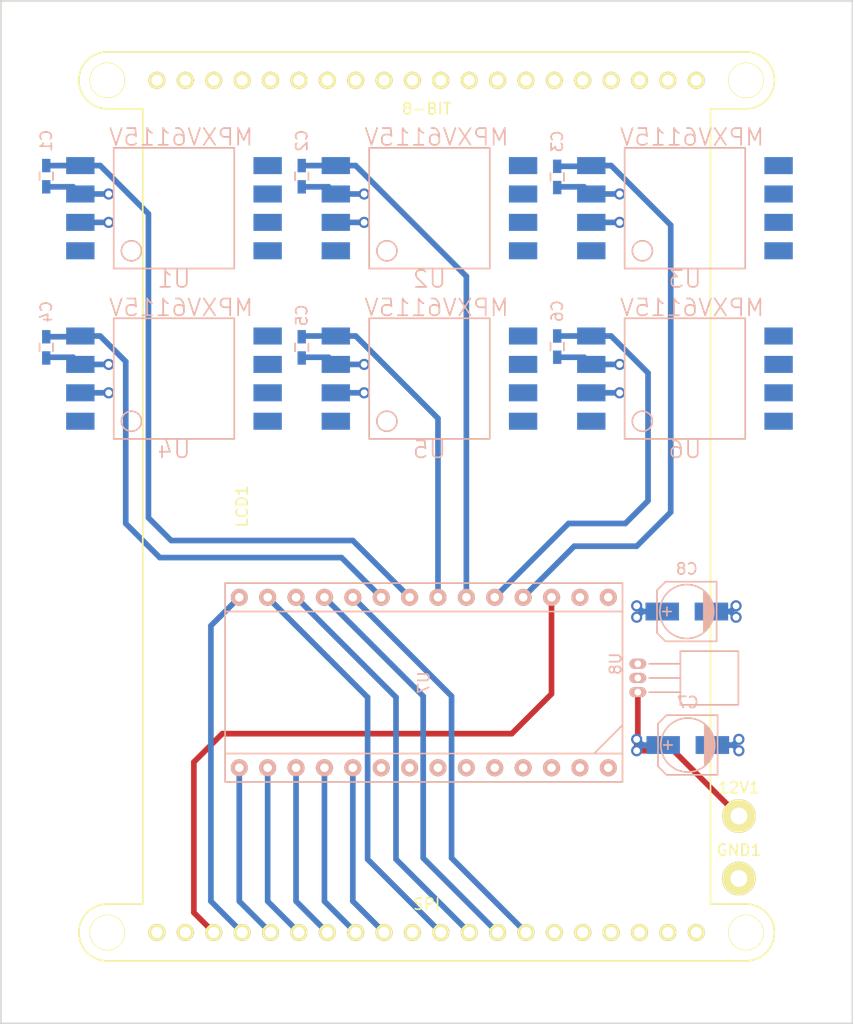
<source format=kicad_pcb>
(kicad_pcb (version 4) (host pcbnew 4.0.1-3.201512221402+6198~38~ubuntu14.04.1-stable)

  (general
    (links 54)
    (no_connects 0)
    (area 84.760999 18.212999 161.111001 109.803001)
    (thickness 1.6)
    (drawings 4)
    (tracks 132)
    (zones 0)
    (modules 19)
    (nets 84)
  )

  (page A4)
  (layers
    (0 F.Cu signal)
    (1 In1.Cu signal)
    (2 GND_In2.Cu signal)
    (31 B.Cu signal)
    (32 B.Adhes user)
    (33 F.Adhes user)
    (34 B.Paste user)
    (35 F.Paste user)
    (36 B.SilkS user)
    (37 F.SilkS user)
    (38 B.Mask user)
    (39 F.Mask user)
    (40 Dwgs.User user)
    (41 Cmts.User user)
    (42 Eco1.User user)
    (43 Eco2.User user)
    (44 Edge.Cuts user)
    (45 Margin user)
    (46 B.CrtYd user)
    (47 F.CrtYd user)
    (48 B.Fab user)
    (49 F.Fab user)
  )

  (setup
    (last_trace_width 0.508)
    (trace_clearance 0.2)
    (zone_clearance 0.508)
    (zone_45_only no)
    (trace_min 0.2)
    (segment_width 0.2)
    (edge_width 0.15)
    (via_size 1)
    (via_drill 0.6)
    (via_min_size 0.4)
    (via_min_drill 0.3)
    (uvia_size 0.3)
    (uvia_drill 0.1)
    (uvias_allowed no)
    (uvia_min_size 0.2)
    (uvia_min_drill 0.1)
    (pcb_text_width 0.3)
    (pcb_text_size 1.5 1.5)
    (mod_edge_width 0.15)
    (mod_text_size 1 1)
    (mod_text_width 0.15)
    (pad_size 1.524 1.524)
    (pad_drill 0.762)
    (pad_to_mask_clearance 0.2)
    (aux_axis_origin 0 0)
    (visible_elements FFFFFF7F)
    (pcbplotparams
      (layerselection 0x00030_80000001)
      (usegerberextensions false)
      (excludeedgelayer true)
      (linewidth 0.100000)
      (plotframeref false)
      (viasonmask false)
      (mode 1)
      (useauxorigin false)
      (hpglpennumber 1)
      (hpglpenspeed 20)
      (hpglpendiameter 15)
      (hpglpenoverlay 2)
      (psnegative false)
      (psa4output false)
      (plotreference true)
      (plotvalue true)
      (plotinvisibletext false)
      (padsonsilk false)
      (subtractmaskfromsilk false)
      (outputformat 1)
      (mirror false)
      (drillshape 1)
      (scaleselection 1)
      (outputdirectory ""))
  )

  (net 0 "")
  (net 1 VAC1)
  (net 2 GND)
  (net 3 VAC3)
  (net 4 VAC5)
  (net 5 VAC2)
  (net 6 VAC4)
  (net 7 VAC6)
  (net 8 +5V)
  (net 9 "Net-(LCD1-Pad10)")
  (net 10 "Net-(LCD1-Pad15)")
  (net 11 "Net-(LCD1-Pad16)")
  (net 12 "Net-(LCD1-Pad17)")
  (net 13 "Net-(LCD1-Pad18)")
  (net 14 "Net-(LCD1-Pad19)")
  (net 15 "Net-(LCD1-Pad20)")
  (net 16 +3V3)
  (net 17 LCD_CLK)
  (net 18 LCD_MISO)
  (net 19 LCD_MOSI)
  (net 20 LCD_CS)
  (net 21 LCD_D/C)
  (net 22 LCD_RST)
  (net 23 TOUCH_Y+)
  (net 24 TOUCH_X+)
  (net 25 TOUCH_Y-)
  (net 26 TOUCH_X-)
  (net 27 "Net-(U1-Pad6)")
  (net 28 "Net-(U1-Pad7)")
  (net 29 "Net-(U1-Pad8)")
  (net 30 "Net-(U1-Pad5)")
  (net 31 "Net-(U1-Pad1)")
  (net 32 "Net-(U2-Pad6)")
  (net 33 "Net-(U2-Pad7)")
  (net 34 "Net-(U2-Pad8)")
  (net 35 "Net-(U2-Pad5)")
  (net 36 "Net-(U2-Pad1)")
  (net 37 "Net-(U3-Pad6)")
  (net 38 "Net-(U3-Pad7)")
  (net 39 "Net-(U3-Pad8)")
  (net 40 "Net-(U3-Pad5)")
  (net 41 "Net-(U3-Pad1)")
  (net 42 "Net-(U4-Pad6)")
  (net 43 "Net-(U4-Pad7)")
  (net 44 "Net-(U4-Pad8)")
  (net 45 "Net-(U4-Pad5)")
  (net 46 "Net-(U4-Pad1)")
  (net 47 "Net-(U5-Pad6)")
  (net 48 "Net-(U5-Pad7)")
  (net 49 "Net-(U5-Pad8)")
  (net 50 "Net-(U5-Pad5)")
  (net 51 "Net-(U5-Pad1)")
  (net 52 "Net-(U6-Pad6)")
  (net 53 "Net-(U6-Pad7)")
  (net 54 "Net-(U6-Pad8)")
  (net 55 "Net-(U6-Pad5)")
  (net 56 "Net-(U6-Pad1)")
  (net 57 "Net-(U7-Pad6)")
  (net 58 "Net-(U7-Pad5)")
  (net 59 "Net-(U7-Pad4)")
  (net 60 "Net-(U7-Pad3)")
  (net 61 "Net-(U7-Pad2)")
  (net 62 "Net-(U7-Pad7)")
  (net 63 "Net-(U7-Pad8)")
  (net 64 "Net-(U7-Pad9)")
  (net 65 "Net-(LCD1-Pad21)")
  (net 66 "Net-(LCD1-Pad22)")
  (net 67 "Net-(LCD1-Pad23)")
  (net 68 "Net-(LCD1-Pad24)")
  (net 69 "Net-(LCD1-Pad25)")
  (net 70 "Net-(LCD1-Pad26)")
  (net 71 "Net-(LCD1-Pad27)")
  (net 72 "Net-(LCD1-Pad28)")
  (net 73 "Net-(LCD1-Pad29)")
  (net 74 "Net-(LCD1-Pad30)")
  (net 75 "Net-(LCD1-Pad31)")
  (net 76 "Net-(LCD1-Pad32)")
  (net 77 "Net-(LCD1-Pad33)")
  (net 78 "Net-(LCD1-Pad34)")
  (net 79 "Net-(LCD1-Pad35)")
  (net 80 "Net-(LCD1-Pad36)")
  (net 81 "Net-(LCD1-Pad37)")
  (net 82 "Net-(LCD1-Pad38)")
  (net 83 +12V)

  (net_class Default "This is the default net class."
    (clearance 0.2)
    (trace_width 0.508)
    (via_dia 1)
    (via_drill 0.6)
    (uvia_dia 0.3)
    (uvia_drill 0.1)
    (add_net +12V)
    (add_net +3V3)
    (add_net +5V)
    (add_net GND)
    (add_net LCD_CLK)
    (add_net LCD_CS)
    (add_net LCD_D/C)
    (add_net LCD_MISO)
    (add_net LCD_MOSI)
    (add_net LCD_RST)
    (add_net "Net-(LCD1-Pad10)")
    (add_net "Net-(LCD1-Pad15)")
    (add_net "Net-(LCD1-Pad16)")
    (add_net "Net-(LCD1-Pad17)")
    (add_net "Net-(LCD1-Pad18)")
    (add_net "Net-(LCD1-Pad19)")
    (add_net "Net-(LCD1-Pad20)")
    (add_net "Net-(LCD1-Pad21)")
    (add_net "Net-(LCD1-Pad22)")
    (add_net "Net-(LCD1-Pad23)")
    (add_net "Net-(LCD1-Pad24)")
    (add_net "Net-(LCD1-Pad25)")
    (add_net "Net-(LCD1-Pad26)")
    (add_net "Net-(LCD1-Pad27)")
    (add_net "Net-(LCD1-Pad28)")
    (add_net "Net-(LCD1-Pad29)")
    (add_net "Net-(LCD1-Pad30)")
    (add_net "Net-(LCD1-Pad31)")
    (add_net "Net-(LCD1-Pad32)")
    (add_net "Net-(LCD1-Pad33)")
    (add_net "Net-(LCD1-Pad34)")
    (add_net "Net-(LCD1-Pad35)")
    (add_net "Net-(LCD1-Pad36)")
    (add_net "Net-(LCD1-Pad37)")
    (add_net "Net-(LCD1-Pad38)")
    (add_net "Net-(U1-Pad1)")
    (add_net "Net-(U1-Pad5)")
    (add_net "Net-(U1-Pad6)")
    (add_net "Net-(U1-Pad7)")
    (add_net "Net-(U1-Pad8)")
    (add_net "Net-(U2-Pad1)")
    (add_net "Net-(U2-Pad5)")
    (add_net "Net-(U2-Pad6)")
    (add_net "Net-(U2-Pad7)")
    (add_net "Net-(U2-Pad8)")
    (add_net "Net-(U3-Pad1)")
    (add_net "Net-(U3-Pad5)")
    (add_net "Net-(U3-Pad6)")
    (add_net "Net-(U3-Pad7)")
    (add_net "Net-(U3-Pad8)")
    (add_net "Net-(U4-Pad1)")
    (add_net "Net-(U4-Pad5)")
    (add_net "Net-(U4-Pad6)")
    (add_net "Net-(U4-Pad7)")
    (add_net "Net-(U4-Pad8)")
    (add_net "Net-(U5-Pad1)")
    (add_net "Net-(U5-Pad5)")
    (add_net "Net-(U5-Pad6)")
    (add_net "Net-(U5-Pad7)")
    (add_net "Net-(U5-Pad8)")
    (add_net "Net-(U6-Pad1)")
    (add_net "Net-(U6-Pad5)")
    (add_net "Net-(U6-Pad6)")
    (add_net "Net-(U6-Pad7)")
    (add_net "Net-(U6-Pad8)")
    (add_net "Net-(U7-Pad2)")
    (add_net "Net-(U7-Pad3)")
    (add_net "Net-(U7-Pad4)")
    (add_net "Net-(U7-Pad5)")
    (add_net "Net-(U7-Pad6)")
    (add_net "Net-(U7-Pad7)")
    (add_net "Net-(U7-Pad8)")
    (add_net "Net-(U7-Pad9)")
    (add_net TOUCH_X+)
    (add_net TOUCH_X-)
    (add_net TOUCH_Y+)
    (add_net TOUCH_Y-)
    (add_net VAC1)
    (add_net VAC2)
    (add_net VAC3)
    (add_net VAC4)
    (add_net VAC5)
    (add_net VAC6)
  )

  (module Capacitors_SMD:C_0603_HandSoldering (layer B.Cu) (tedit 541A9B4D) (tstamp 56C50CA7)
    (at 88.9 33.97 270)
    (descr "Capacitor SMD 0603, hand soldering")
    (tags "capacitor 0603")
    (path /56B965A6)
    (attr smd)
    (fp_text reference C1 (at -3.175 0 270) (layer B.SilkS)
      (effects (font (size 1 1) (thickness 0.15)) (justify mirror))
    )
    (fp_text value 100nF (at 4.445 0 270) (layer B.Fab)
      (effects (font (size 1 1) (thickness 0.15)) (justify mirror))
    )
    (fp_line (start -1.85 0.75) (end 1.85 0.75) (layer B.CrtYd) (width 0.05))
    (fp_line (start -1.85 -0.75) (end 1.85 -0.75) (layer B.CrtYd) (width 0.05))
    (fp_line (start -1.85 0.75) (end -1.85 -0.75) (layer B.CrtYd) (width 0.05))
    (fp_line (start 1.85 0.75) (end 1.85 -0.75) (layer B.CrtYd) (width 0.05))
    (fp_line (start -0.35 0.6) (end 0.35 0.6) (layer B.SilkS) (width 0.15))
    (fp_line (start 0.35 -0.6) (end -0.35 -0.6) (layer B.SilkS) (width 0.15))
    (pad 1 smd rect (at -0.95 0 270) (size 1.2 0.75) (layers B.Cu B.Paste B.Mask)
      (net 1 VAC1))
    (pad 2 smd rect (at 0.95 0 270) (size 1.2 0.75) (layers B.Cu B.Paste B.Mask)
      (net 2 GND))
    (model Capacitors_SMD.3dshapes/C_0603_HandSoldering.wrl
      (at (xyz 0 0 0))
      (scale (xyz 1 1 1))
      (rotate (xyz 0 0 0))
    )
  )

  (module Capacitors_SMD:C_0603_HandSoldering (layer B.Cu) (tedit 541A9B4D) (tstamp 56C50CAD)
    (at 111.76 33.97 270)
    (descr "Capacitor SMD 0603, hand soldering")
    (tags "capacitor 0603")
    (path /56B96C7A)
    (attr smd)
    (fp_text reference C2 (at -3.175 0 270) (layer B.SilkS)
      (effects (font (size 1 1) (thickness 0.15)) (justify mirror))
    )
    (fp_text value 100nF (at 4.445 0 270) (layer B.Fab)
      (effects (font (size 1 1) (thickness 0.15)) (justify mirror))
    )
    (fp_line (start -1.85 0.75) (end 1.85 0.75) (layer B.CrtYd) (width 0.05))
    (fp_line (start -1.85 -0.75) (end 1.85 -0.75) (layer B.CrtYd) (width 0.05))
    (fp_line (start -1.85 0.75) (end -1.85 -0.75) (layer B.CrtYd) (width 0.05))
    (fp_line (start 1.85 0.75) (end 1.85 -0.75) (layer B.CrtYd) (width 0.05))
    (fp_line (start -0.35 0.6) (end 0.35 0.6) (layer B.SilkS) (width 0.15))
    (fp_line (start 0.35 -0.6) (end -0.35 -0.6) (layer B.SilkS) (width 0.15))
    (pad 1 smd rect (at -0.95 0 270) (size 1.2 0.75) (layers B.Cu B.Paste B.Mask)
      (net 5 VAC2))
    (pad 2 smd rect (at 0.95 0 270) (size 1.2 0.75) (layers B.Cu B.Paste B.Mask)
      (net 2 GND))
    (model Capacitors_SMD.3dshapes/C_0603_HandSoldering.wrl
      (at (xyz 0 0 0))
      (scale (xyz 1 1 1))
      (rotate (xyz 0 0 0))
    )
  )

  (module Capacitors_SMD:C_0603_HandSoldering (layer B.Cu) (tedit 541A9B4D) (tstamp 56C50CB3)
    (at 134.62 34.036 270)
    (descr "Capacitor SMD 0603, hand soldering")
    (tags "capacitor 0603")
    (path /56B96DD3)
    (attr smd)
    (fp_text reference C3 (at -3.175 0 270) (layer B.SilkS)
      (effects (font (size 1 1) (thickness 0.15)) (justify mirror))
    )
    (fp_text value 100nF (at 4.445 0 270) (layer B.Fab)
      (effects (font (size 1 1) (thickness 0.15)) (justify mirror))
    )
    (fp_line (start -1.85 0.75) (end 1.85 0.75) (layer B.CrtYd) (width 0.05))
    (fp_line (start -1.85 -0.75) (end 1.85 -0.75) (layer B.CrtYd) (width 0.05))
    (fp_line (start -1.85 0.75) (end -1.85 -0.75) (layer B.CrtYd) (width 0.05))
    (fp_line (start 1.85 0.75) (end 1.85 -0.75) (layer B.CrtYd) (width 0.05))
    (fp_line (start -0.35 0.6) (end 0.35 0.6) (layer B.SilkS) (width 0.15))
    (fp_line (start 0.35 -0.6) (end -0.35 -0.6) (layer B.SilkS) (width 0.15))
    (pad 1 smd rect (at -0.95 0 270) (size 1.2 0.75) (layers B.Cu B.Paste B.Mask)
      (net 3 VAC3))
    (pad 2 smd rect (at 0.95 0 270) (size 1.2 0.75) (layers B.Cu B.Paste B.Mask)
      (net 2 GND))
    (model Capacitors_SMD.3dshapes/C_0603_HandSoldering.wrl
      (at (xyz 0 0 0))
      (scale (xyz 1 1 1))
      (rotate (xyz 0 0 0))
    )
  )

  (module Capacitors_SMD:C_0603_HandSoldering (layer B.Cu) (tedit 541A9B4D) (tstamp 56C50CB9)
    (at 88.9 49.276 270)
    (descr "Capacitor SMD 0603, hand soldering")
    (tags "capacitor 0603")
    (path /56B96DF4)
    (attr smd)
    (fp_text reference C4 (at -3.175 0 270) (layer B.SilkS)
      (effects (font (size 1 1) (thickness 0.15)) (justify mirror))
    )
    (fp_text value 100nF (at 4.445 0 270) (layer B.Fab)
      (effects (font (size 1 1) (thickness 0.15)) (justify mirror))
    )
    (fp_line (start -1.85 0.75) (end 1.85 0.75) (layer B.CrtYd) (width 0.05))
    (fp_line (start -1.85 -0.75) (end 1.85 -0.75) (layer B.CrtYd) (width 0.05))
    (fp_line (start -1.85 0.75) (end -1.85 -0.75) (layer B.CrtYd) (width 0.05))
    (fp_line (start 1.85 0.75) (end 1.85 -0.75) (layer B.CrtYd) (width 0.05))
    (fp_line (start -0.35 0.6) (end 0.35 0.6) (layer B.SilkS) (width 0.15))
    (fp_line (start 0.35 -0.6) (end -0.35 -0.6) (layer B.SilkS) (width 0.15))
    (pad 1 smd rect (at -0.95 0 270) (size 1.2 0.75) (layers B.Cu B.Paste B.Mask)
      (net 6 VAC4))
    (pad 2 smd rect (at 0.95 0 270) (size 1.2 0.75) (layers B.Cu B.Paste B.Mask)
      (net 2 GND))
    (model Capacitors_SMD.3dshapes/C_0603_HandSoldering.wrl
      (at (xyz 0 0 0))
      (scale (xyz 1 1 1))
      (rotate (xyz 0 0 0))
    )
  )

  (module Capacitors_SMD:C_0603_HandSoldering (layer B.Cu) (tedit 541A9B4D) (tstamp 56C50CBF)
    (at 111.76 49.276 270)
    (descr "Capacitor SMD 0603, hand soldering")
    (tags "capacitor 0603")
    (path /56B96F5B)
    (attr smd)
    (fp_text reference C5 (at -2.855 0 270) (layer B.SilkS)
      (effects (font (size 1 1) (thickness 0.15)) (justify mirror))
    )
    (fp_text value 100nF (at 4.765 0 270) (layer B.Fab)
      (effects (font (size 1 1) (thickness 0.15)) (justify mirror))
    )
    (fp_line (start -1.85 0.75) (end 1.85 0.75) (layer B.CrtYd) (width 0.05))
    (fp_line (start -1.85 -0.75) (end 1.85 -0.75) (layer B.CrtYd) (width 0.05))
    (fp_line (start -1.85 0.75) (end -1.85 -0.75) (layer B.CrtYd) (width 0.05))
    (fp_line (start 1.85 0.75) (end 1.85 -0.75) (layer B.CrtYd) (width 0.05))
    (fp_line (start -0.35 0.6) (end 0.35 0.6) (layer B.SilkS) (width 0.15))
    (fp_line (start 0.35 -0.6) (end -0.35 -0.6) (layer B.SilkS) (width 0.15))
    (pad 1 smd rect (at -0.95 0 270) (size 1.2 0.75) (layers B.Cu B.Paste B.Mask)
      (net 4 VAC5))
    (pad 2 smd rect (at 0.95 0 270) (size 1.2 0.75) (layers B.Cu B.Paste B.Mask)
      (net 2 GND))
    (model Capacitors_SMD.3dshapes/C_0603_HandSoldering.wrl
      (at (xyz 0 0 0))
      (scale (xyz 1 1 1))
      (rotate (xyz 0 0 0))
    )
  )

  (module Capacitors_SMD:C_0603_HandSoldering (layer B.Cu) (tedit 541A9B4D) (tstamp 56C50CC5)
    (at 134.62 49.21 270)
    (descr "Capacitor SMD 0603, hand soldering")
    (tags "capacitor 0603")
    (path /56B96F7C)
    (attr smd)
    (fp_text reference C6 (at -3.175 0 270) (layer B.SilkS)
      (effects (font (size 1 1) (thickness 0.15)) (justify mirror))
    )
    (fp_text value 100nF (at 4.445 0 270) (layer B.Fab)
      (effects (font (size 1 1) (thickness 0.15)) (justify mirror))
    )
    (fp_line (start -1.85 0.75) (end 1.85 0.75) (layer B.CrtYd) (width 0.05))
    (fp_line (start -1.85 -0.75) (end 1.85 -0.75) (layer B.CrtYd) (width 0.05))
    (fp_line (start -1.85 0.75) (end -1.85 -0.75) (layer B.CrtYd) (width 0.05))
    (fp_line (start 1.85 0.75) (end 1.85 -0.75) (layer B.CrtYd) (width 0.05))
    (fp_line (start -0.35 0.6) (end 0.35 0.6) (layer B.SilkS) (width 0.15))
    (fp_line (start 0.35 -0.6) (end -0.35 -0.6) (layer B.SilkS) (width 0.15))
    (pad 1 smd rect (at -0.95 0 270) (size 1.2 0.75) (layers B.Cu B.Paste B.Mask)
      (net 7 VAC6))
    (pad 2 smd rect (at 0.95 0 270) (size 1.2 0.75) (layers B.Cu B.Paste B.Mask)
      (net 2 GND))
    (model Capacitors_SMD.3dshapes/C_0603_HandSoldering.wrl
      (at (xyz 0 0 0))
      (scale (xyz 1 1 1))
      (rotate (xyz 0 0 0))
    )
  )

  (module NQBit:MPXV6115V (layer B.Cu) (tedit 54D6E417) (tstamp 56C50D01)
    (at 100.33 36.83)
    (path /56B964AB)
    (fp_text reference U1 (at 0 6.35) (layer B.SilkS)
      (effects (font (size 1.5 1.5) (thickness 0.15)) (justify mirror))
    )
    (fp_text value MPXV6115V (at 0.635 -6.35) (layer B.SilkS)
      (effects (font (size 1.5 1.5) (thickness 0.15)) (justify mirror))
    )
    (fp_circle (center -3.81 3.81) (end -3.175 4.445) (layer B.SilkS) (width 0.15))
    (fp_line (start -5.395 5.395) (end 5.395 5.395) (layer B.SilkS) (width 0.15))
    (fp_line (start 5.395 5.395) (end 5.395 -5.395) (layer B.SilkS) (width 0.15))
    (fp_line (start 5.395 -5.395) (end -5.395 -5.395) (layer B.SilkS) (width 0.15))
    (fp_line (start -5.395 -5.395) (end -5.395 5.395) (layer B.SilkS) (width 0.15))
    (pad 6 smd rect (at 8.38 -1.27) (size 2.54 1.524) (layers B.Cu B.Paste B.Mask)
      (net 27 "Net-(U1-Pad6)"))
    (pad 7 smd rect (at 8.38 1.27) (size 2.54 1.524) (layers B.Cu B.Paste B.Mask)
      (net 28 "Net-(U1-Pad7)"))
    (pad 8 smd rect (at 8.38 3.81) (size 2.54 1.524) (layers B.Cu B.Paste B.Mask)
      (net 29 "Net-(U1-Pad8)"))
    (pad 5 smd rect (at 8.38 -3.81) (size 2.54 1.524) (layers B.Cu B.Paste B.Mask)
      (net 30 "Net-(U1-Pad5)"))
    (pad 4 smd rect (at -8.38 -3.81) (size 2.54 1.524) (layers B.Cu B.Paste B.Mask)
      (net 1 VAC1))
    (pad 3 smd rect (at -8.38 -1.27) (size 2.54 1.524) (layers B.Cu B.Paste B.Mask)
      (net 2 GND))
    (pad 2 smd rect (at -8.38 1.27) (size 2.54 1.524) (layers B.Cu B.Paste B.Mask)
      (net 8 +5V))
    (pad 1 smd rect (at -8.38 3.81) (size 2.54 1.524) (layers B.Cu B.Paste B.Mask)
      (net 31 "Net-(U1-Pad1)"))
  )

  (module NQBit:MPXV6115V (layer B.Cu) (tedit 54D6E417) (tstamp 56C50D0D)
    (at 123.19 36.83)
    (path /56B96C74)
    (fp_text reference U2 (at 0 6.35) (layer B.SilkS)
      (effects (font (size 1.5 1.5) (thickness 0.15)) (justify mirror))
    )
    (fp_text value MPXV6115V (at 0.635 -6.35) (layer B.SilkS)
      (effects (font (size 1.5 1.5) (thickness 0.15)) (justify mirror))
    )
    (fp_circle (center -3.81 3.81) (end -3.175 4.445) (layer B.SilkS) (width 0.15))
    (fp_line (start -5.395 5.395) (end 5.395 5.395) (layer B.SilkS) (width 0.15))
    (fp_line (start 5.395 5.395) (end 5.395 -5.395) (layer B.SilkS) (width 0.15))
    (fp_line (start 5.395 -5.395) (end -5.395 -5.395) (layer B.SilkS) (width 0.15))
    (fp_line (start -5.395 -5.395) (end -5.395 5.395) (layer B.SilkS) (width 0.15))
    (pad 6 smd rect (at 8.38 -1.27) (size 2.54 1.524) (layers B.Cu B.Paste B.Mask)
      (net 32 "Net-(U2-Pad6)"))
    (pad 7 smd rect (at 8.38 1.27) (size 2.54 1.524) (layers B.Cu B.Paste B.Mask)
      (net 33 "Net-(U2-Pad7)"))
    (pad 8 smd rect (at 8.38 3.81) (size 2.54 1.524) (layers B.Cu B.Paste B.Mask)
      (net 34 "Net-(U2-Pad8)"))
    (pad 5 smd rect (at 8.38 -3.81) (size 2.54 1.524) (layers B.Cu B.Paste B.Mask)
      (net 35 "Net-(U2-Pad5)"))
    (pad 4 smd rect (at -8.38 -3.81) (size 2.54 1.524) (layers B.Cu B.Paste B.Mask)
      (net 5 VAC2))
    (pad 3 smd rect (at -8.38 -1.27) (size 2.54 1.524) (layers B.Cu B.Paste B.Mask)
      (net 2 GND))
    (pad 2 smd rect (at -8.38 1.27) (size 2.54 1.524) (layers B.Cu B.Paste B.Mask)
      (net 8 +5V))
    (pad 1 smd rect (at -8.38 3.81) (size 2.54 1.524) (layers B.Cu B.Paste B.Mask)
      (net 36 "Net-(U2-Pad1)"))
  )

  (module NQBit:MPXV6115V (layer B.Cu) (tedit 54D6E417) (tstamp 56C50D19)
    (at 146.05 36.83)
    (path /56B96DCD)
    (fp_text reference U3 (at 0 6.35) (layer B.SilkS)
      (effects (font (size 1.5 1.5) (thickness 0.15)) (justify mirror))
    )
    (fp_text value MPXV6115V (at 0.635 -6.35) (layer B.SilkS)
      (effects (font (size 1.5 1.5) (thickness 0.15)) (justify mirror))
    )
    (fp_circle (center -3.81 3.81) (end -3.175 4.445) (layer B.SilkS) (width 0.15))
    (fp_line (start -5.395 5.395) (end 5.395 5.395) (layer B.SilkS) (width 0.15))
    (fp_line (start 5.395 5.395) (end 5.395 -5.395) (layer B.SilkS) (width 0.15))
    (fp_line (start 5.395 -5.395) (end -5.395 -5.395) (layer B.SilkS) (width 0.15))
    (fp_line (start -5.395 -5.395) (end -5.395 5.395) (layer B.SilkS) (width 0.15))
    (pad 6 smd rect (at 8.38 -1.27) (size 2.54 1.524) (layers B.Cu B.Paste B.Mask)
      (net 37 "Net-(U3-Pad6)"))
    (pad 7 smd rect (at 8.38 1.27) (size 2.54 1.524) (layers B.Cu B.Paste B.Mask)
      (net 38 "Net-(U3-Pad7)"))
    (pad 8 smd rect (at 8.38 3.81) (size 2.54 1.524) (layers B.Cu B.Paste B.Mask)
      (net 39 "Net-(U3-Pad8)"))
    (pad 5 smd rect (at 8.38 -3.81) (size 2.54 1.524) (layers B.Cu B.Paste B.Mask)
      (net 40 "Net-(U3-Pad5)"))
    (pad 4 smd rect (at -8.38 -3.81) (size 2.54 1.524) (layers B.Cu B.Paste B.Mask)
      (net 3 VAC3))
    (pad 3 smd rect (at -8.38 -1.27) (size 2.54 1.524) (layers B.Cu B.Paste B.Mask)
      (net 2 GND))
    (pad 2 smd rect (at -8.38 1.27) (size 2.54 1.524) (layers B.Cu B.Paste B.Mask)
      (net 8 +5V))
    (pad 1 smd rect (at -8.38 3.81) (size 2.54 1.524) (layers B.Cu B.Paste B.Mask)
      (net 41 "Net-(U3-Pad1)"))
  )

  (module NQBit:MPXV6115V (layer B.Cu) (tedit 54D6E417) (tstamp 56C50D25)
    (at 100.33 52.07)
    (path /56B96DEE)
    (fp_text reference U4 (at 0 6.35) (layer B.SilkS)
      (effects (font (size 1.5 1.5) (thickness 0.15)) (justify mirror))
    )
    (fp_text value MPXV6115V (at 0.635 -6.35) (layer B.SilkS)
      (effects (font (size 1.5 1.5) (thickness 0.15)) (justify mirror))
    )
    (fp_circle (center -3.81 3.81) (end -3.175 4.445) (layer B.SilkS) (width 0.15))
    (fp_line (start -5.395 5.395) (end 5.395 5.395) (layer B.SilkS) (width 0.15))
    (fp_line (start 5.395 5.395) (end 5.395 -5.395) (layer B.SilkS) (width 0.15))
    (fp_line (start 5.395 -5.395) (end -5.395 -5.395) (layer B.SilkS) (width 0.15))
    (fp_line (start -5.395 -5.395) (end -5.395 5.395) (layer B.SilkS) (width 0.15))
    (pad 6 smd rect (at 8.38 -1.27) (size 2.54 1.524) (layers B.Cu B.Paste B.Mask)
      (net 42 "Net-(U4-Pad6)"))
    (pad 7 smd rect (at 8.38 1.27) (size 2.54 1.524) (layers B.Cu B.Paste B.Mask)
      (net 43 "Net-(U4-Pad7)"))
    (pad 8 smd rect (at 8.38 3.81) (size 2.54 1.524) (layers B.Cu B.Paste B.Mask)
      (net 44 "Net-(U4-Pad8)"))
    (pad 5 smd rect (at 8.38 -3.81) (size 2.54 1.524) (layers B.Cu B.Paste B.Mask)
      (net 45 "Net-(U4-Pad5)"))
    (pad 4 smd rect (at -8.38 -3.81) (size 2.54 1.524) (layers B.Cu B.Paste B.Mask)
      (net 6 VAC4))
    (pad 3 smd rect (at -8.38 -1.27) (size 2.54 1.524) (layers B.Cu B.Paste B.Mask)
      (net 2 GND))
    (pad 2 smd rect (at -8.38 1.27) (size 2.54 1.524) (layers B.Cu B.Paste B.Mask)
      (net 8 +5V))
    (pad 1 smd rect (at -8.38 3.81) (size 2.54 1.524) (layers B.Cu B.Paste B.Mask)
      (net 46 "Net-(U4-Pad1)"))
  )

  (module NQBit:MPXV6115V (layer B.Cu) (tedit 54D6E417) (tstamp 56C50D31)
    (at 123.19 52.07)
    (path /56B96F55)
    (fp_text reference U5 (at 0 6.35) (layer B.SilkS)
      (effects (font (size 1.5 1.5) (thickness 0.15)) (justify mirror))
    )
    (fp_text value MPXV6115V (at 0.635 -6.35) (layer B.SilkS)
      (effects (font (size 1.5 1.5) (thickness 0.15)) (justify mirror))
    )
    (fp_circle (center -3.81 3.81) (end -3.175 4.445) (layer B.SilkS) (width 0.15))
    (fp_line (start -5.395 5.395) (end 5.395 5.395) (layer B.SilkS) (width 0.15))
    (fp_line (start 5.395 5.395) (end 5.395 -5.395) (layer B.SilkS) (width 0.15))
    (fp_line (start 5.395 -5.395) (end -5.395 -5.395) (layer B.SilkS) (width 0.15))
    (fp_line (start -5.395 -5.395) (end -5.395 5.395) (layer B.SilkS) (width 0.15))
    (pad 6 smd rect (at 8.38 -1.27) (size 2.54 1.524) (layers B.Cu B.Paste B.Mask)
      (net 47 "Net-(U5-Pad6)"))
    (pad 7 smd rect (at 8.38 1.27) (size 2.54 1.524) (layers B.Cu B.Paste B.Mask)
      (net 48 "Net-(U5-Pad7)"))
    (pad 8 smd rect (at 8.38 3.81) (size 2.54 1.524) (layers B.Cu B.Paste B.Mask)
      (net 49 "Net-(U5-Pad8)"))
    (pad 5 smd rect (at 8.38 -3.81) (size 2.54 1.524) (layers B.Cu B.Paste B.Mask)
      (net 50 "Net-(U5-Pad5)"))
    (pad 4 smd rect (at -8.38 -3.81) (size 2.54 1.524) (layers B.Cu B.Paste B.Mask)
      (net 4 VAC5))
    (pad 3 smd rect (at -8.38 -1.27) (size 2.54 1.524) (layers B.Cu B.Paste B.Mask)
      (net 2 GND))
    (pad 2 smd rect (at -8.38 1.27) (size 2.54 1.524) (layers B.Cu B.Paste B.Mask)
      (net 8 +5V))
    (pad 1 smd rect (at -8.38 3.81) (size 2.54 1.524) (layers B.Cu B.Paste B.Mask)
      (net 51 "Net-(U5-Pad1)"))
  )

  (module NQBit:MPXV6115V (layer B.Cu) (tedit 54D6E417) (tstamp 56C50D3D)
    (at 146.05 52.07)
    (path /56B96F76)
    (fp_text reference U6 (at 0 6.35) (layer B.SilkS)
      (effects (font (size 1.5 1.5) (thickness 0.15)) (justify mirror))
    )
    (fp_text value MPXV6115V (at 0.635 -6.35) (layer B.SilkS)
      (effects (font (size 1.5 1.5) (thickness 0.15)) (justify mirror))
    )
    (fp_circle (center -3.81 3.81) (end -3.175 4.445) (layer B.SilkS) (width 0.15))
    (fp_line (start -5.395 5.395) (end 5.395 5.395) (layer B.SilkS) (width 0.15))
    (fp_line (start 5.395 5.395) (end 5.395 -5.395) (layer B.SilkS) (width 0.15))
    (fp_line (start 5.395 -5.395) (end -5.395 -5.395) (layer B.SilkS) (width 0.15))
    (fp_line (start -5.395 -5.395) (end -5.395 5.395) (layer B.SilkS) (width 0.15))
    (pad 6 smd rect (at 8.38 -1.27) (size 2.54 1.524) (layers B.Cu B.Paste B.Mask)
      (net 52 "Net-(U6-Pad6)"))
    (pad 7 smd rect (at 8.38 1.27) (size 2.54 1.524) (layers B.Cu B.Paste B.Mask)
      (net 53 "Net-(U6-Pad7)"))
    (pad 8 smd rect (at 8.38 3.81) (size 2.54 1.524) (layers B.Cu B.Paste B.Mask)
      (net 54 "Net-(U6-Pad8)"))
    (pad 5 smd rect (at 8.38 -3.81) (size 2.54 1.524) (layers B.Cu B.Paste B.Mask)
      (net 55 "Net-(U6-Pad5)"))
    (pad 4 smd rect (at -8.38 -3.81) (size 2.54 1.524) (layers B.Cu B.Paste B.Mask)
      (net 7 VAC6))
    (pad 3 smd rect (at -8.38 -1.27) (size 2.54 1.524) (layers B.Cu B.Paste B.Mask)
      (net 2 GND))
    (pad 2 smd rect (at -8.38 1.27) (size 2.54 1.524) (layers B.Cu B.Paste B.Mask)
      (net 8 +5V))
    (pad 1 smd rect (at -8.38 3.81) (size 2.54 1.524) (layers B.Cu B.Paste B.Mask)
      (net 56 "Net-(U6-Pad1)"))
  )

  (module NQBit:TEENSY_3.2 (layer B.Cu) (tedit 56C5085B) (tstamp 56C50D68)
    (at 122.682 79.248 90)
    (path /56BC2AD2)
    (fp_text reference U7 (at 0 0 90) (layer B.SilkS)
      (effects (font (size 1 1) (thickness 0.15)) (justify mirror))
    )
    (fp_text value TEENSY_3.2 (at 0 19.05 90) (layer B.Fab)
      (effects (font (size 1 1) (thickness 0.15)) (justify mirror))
    )
    (fp_line (start -3.81 17.78) (end -6.35 15.24) (layer B.SilkS) (width 0.15))
    (fp_line (start -6.35 -17.78) (end 6.35 -17.78) (layer B.SilkS) (width 0.15))
    (fp_line (start -8.89 17.78) (end -6.35 17.78) (layer B.SilkS) (width 0.15))
    (fp_line (start 6.35 -17.78) (end 6.35 17.78) (layer B.SilkS) (width 0.15))
    (fp_line (start 8.89 -17.78) (end 6.35 -17.78) (layer B.SilkS) (width 0.15))
    (fp_line (start 8.89 17.78) (end 8.89 -17.78) (layer B.SilkS) (width 0.15))
    (fp_line (start 6.35 17.78) (end 8.89 17.78) (layer B.SilkS) (width 0.15))
    (fp_line (start -6.35 17.78) (end 6.35 17.78) (layer B.SilkS) (width 0.15))
    (fp_line (start -6.35 -17.78) (end -6.35 17.78) (layer B.SilkS) (width 0.15))
    (fp_line (start -8.89 -17.78) (end -6.35 -17.78) (layer B.SilkS) (width 0.15))
    (fp_line (start -8.89 17.78) (end -8.89 -17.78) (layer B.SilkS) (width 0.15))
    (pad 6 thru_hole circle (at -7.62 3.81 90) (size 1.524 1.524) (drill 0.762) (layers *.Cu *.Mask B.SilkS)
      (net 57 "Net-(U7-Pad6)"))
    (pad 5 thru_hole circle (at -7.62 6.35 90) (size 1.524 1.524) (drill 0.762) (layers *.Cu *.Mask B.SilkS)
      (net 58 "Net-(U7-Pad5)"))
    (pad 4 thru_hole circle (at -7.62 8.89 90) (size 1.524 1.524) (drill 0.762) (layers *.Cu *.Mask B.SilkS)
      (net 59 "Net-(U7-Pad4)"))
    (pad 3 thru_hole circle (at -7.62 11.43 90) (size 1.524 1.524) (drill 0.762) (layers *.Cu *.Mask B.SilkS)
      (net 60 "Net-(U7-Pad3)"))
    (pad 2 thru_hole circle (at -7.62 13.97 90) (size 1.524 1.524) (drill 0.762) (layers *.Cu *.Mask B.SilkS)
      (net 61 "Net-(U7-Pad2)"))
    (pad 1 thru_hole circle (at -7.62 16.51 90) (size 1.524 1.524) (drill 0.762) (layers *.Cu *.Mask B.SilkS)
      (net 2 GND))
    (pad 7 thru_hole circle (at -7.62 1.27 90) (size 1.524 1.524) (drill 0.762) (layers *.Cu *.Mask B.SilkS)
      (net 62 "Net-(U7-Pad7)"))
    (pad 8 thru_hole circle (at -7.62 -1.27 90) (size 1.524 1.524) (drill 0.762) (layers *.Cu *.Mask B.SilkS)
      (net 63 "Net-(U7-Pad8)"))
    (pad 9 thru_hole circle (at -7.62 -3.81 90) (size 1.524 1.524) (drill 0.762) (layers *.Cu *.Mask B.SilkS)
      (net 64 "Net-(U7-Pad9)"))
    (pad 10 thru_hole circle (at -7.62 -6.35 90) (size 1.524 1.524) (drill 0.762) (layers *.Cu *.Mask B.SilkS)
      (net 22 LCD_RST))
    (pad 11 thru_hole circle (at -7.62 -8.89 90) (size 1.524 1.524) (drill 0.762) (layers *.Cu *.Mask B.SilkS)
      (net 21 LCD_D/C))
    (pad 12 thru_hole circle (at -7.62 -11.43 90) (size 1.524 1.524) (drill 0.762) (layers *.Cu *.Mask B.SilkS)
      (net 20 LCD_CS))
    (pad 13 thru_hole circle (at -7.62 -13.97 90) (size 1.524 1.524) (drill 0.762) (layers *.Cu *.Mask B.SilkS)
      (net 19 LCD_MOSI))
    (pad 14 thru_hole circle (at -7.62 -16.51 90) (size 1.524 1.524) (drill 0.762) (layers *.Cu *.Mask B.SilkS)
      (net 18 LCD_MISO))
    (pad 15 thru_hole circle (at 7.62 -16.51 90) (size 1.524 1.524) (drill 0.762) (layers *.Cu *.Mask B.SilkS)
      (net 17 LCD_CLK))
    (pad 16 thru_hole circle (at 7.62 -13.97 90) (size 1.524 1.524) (drill 0.762) (layers *.Cu *.Mask B.SilkS)
      (net 23 TOUCH_Y+))
    (pad 17 thru_hole circle (at 7.62 -11.43 90) (size 1.524 1.524) (drill 0.762) (layers *.Cu *.Mask B.SilkS)
      (net 24 TOUCH_X+))
    (pad 18 thru_hole circle (at 7.62 -8.89 90) (size 1.524 1.524) (drill 0.762) (layers *.Cu *.Mask B.SilkS)
      (net 25 TOUCH_Y-))
    (pad 19 thru_hole circle (at 7.62 -6.35 90) (size 1.524 1.524) (drill 0.762) (layers *.Cu *.Mask B.SilkS)
      (net 26 TOUCH_X-))
    (pad 20 thru_hole circle (at 7.62 -3.81 90) (size 1.524 1.524) (drill 0.762) (layers *.Cu *.Mask B.SilkS)
      (net 6 VAC4))
    (pad 21 thru_hole circle (at 7.62 -1.27 90) (size 1.524 1.524) (drill 0.762) (layers *.Cu *.Mask B.SilkS)
      (net 1 VAC1))
    (pad 22 thru_hole circle (at 7.62 1.27 90) (size 1.524 1.524) (drill 0.762) (layers *.Cu *.Mask B.SilkS)
      (net 4 VAC5))
    (pad 23 thru_hole circle (at 7.62 3.81 90) (size 1.524 1.524) (drill 0.762) (layers *.Cu *.Mask B.SilkS)
      (net 5 VAC2))
    (pad 24 thru_hole circle (at 7.62 6.35 90) (size 1.524 1.524) (drill 0.762) (layers *.Cu *.Mask B.SilkS)
      (net 7 VAC6))
    (pad 25 thru_hole circle (at 7.62 8.89 90) (size 1.524 1.524) (drill 0.762) (layers *.Cu *.Mask B.SilkS)
      (net 3 VAC3))
    (pad 26 thru_hole circle (at 7.62 11.43 90) (size 1.524 1.524) (drill 0.762) (layers *.Cu *.Mask B.SilkS)
      (net 16 +3V3))
    (pad 27 thru_hole circle (at 7.62 13.97 90) (size 1.524 1.524) (drill 0.762) (layers *.Cu *.Mask B.SilkS)
      (net 2 GND))
    (pad 28 thru_hole circle (at 7.62 16.51 90) (size 1.524 1.524) (drill 0.762) (layers *.Cu *.Mask B.SilkS)
      (net 8 +5V))
  )

  (module NQBit:ADAFRUIT_LCD (layer F.Cu) (tedit 56C51F09) (tstamp 56C53E82)
    (at 122.936 63.5 90)
    (path /56C51EF5)
    (fp_text reference LCD1 (at 0 -16.51 90) (layer F.SilkS)
      (effects (font (size 1 1) (thickness 0.15)))
    )
    (fp_text value ILI9341_Adafruit (at 0 -13.97 90) (layer F.Fab)
      (effects (font (size 1 1) (thickness 0.15)))
    )
    (fp_text user 8-BIT (at 35.56 0 180) (layer F.SilkS)
      (effects (font (size 1 1) (thickness 0.15)))
    )
    (fp_text user SPI (at -35.56 0 360) (layer F.SilkS)
      (effects (font (size 1 1) (thickness 0.15)))
    )
    (fp_line (start -40.64 -28.575) (end -40.64 28.575) (layer F.SilkS) (width 0.15))
    (fp_line (start 40.64 -28.575) (end 40.64 28.575) (layer F.SilkS) (width 0.15))
    (fp_line (start 35.56 25.4) (end 35.56 28.575) (layer F.SilkS) (width 0.15))
    (fp_line (start 35.56 -28.575) (end 35.56 -25.4) (layer F.SilkS) (width 0.15))
    (fp_line (start -35.56 -28.575) (end -35.56 -25.4) (layer F.SilkS) (width 0.15))
    (fp_line (start -35.56 28.575) (end -35.56 25.4) (layer F.SilkS) (width 0.15))
    (fp_arc (start -38.1 28.575) (end -35.56 28.575) (angle 180) (layer F.SilkS) (width 0.15))
    (fp_arc (start 38.1 28.575) (end 40.64 28.575) (angle 180) (layer F.SilkS) (width 0.15))
    (fp_arc (start 38.1 -28.575) (end 35.56 -28.575) (angle 180) (layer F.SilkS) (width 0.15))
    (fp_arc (start -38.1 -28.575) (end -40.64 -28.575) (angle 180) (layer F.SilkS) (width 0.15))
    (fp_line (start 35.56 -25.4) (end -35.56 -25.4) (layer F.SilkS) (width 0.15))
    (fp_line (start -40.64 -31.242) (end 40.64 -31.242) (layer Dwgs.User) (width 0.15))
    (fp_line (start -40.64 31.242) (end -40.64 -31.242) (layer Dwgs.User) (width 0.15))
    (fp_line (start 40.64 0) (end 40.64 -31.242) (layer Dwgs.User) (width 0.15))
    (fp_line (start 40.64 0) (end 40.64 31.242) (layer Dwgs.User) (width 0.15))
    (fp_line (start 0 31.242) (end -40.64 31.242) (layer Dwgs.User) (width 0.15))
    (fp_line (start 0 31.242) (end 40.64 31.242) (layer Dwgs.User) (width 0.15))
    (fp_circle (center 38.1 -28.575) (end 38.1 -30.099) (layer F.SilkS) (width 0.15))
    (fp_line (start 38.1 0) (end 38.1 -28.575) (layer Dwgs.User) (width 0.15))
    (fp_circle (center 38.1 28.575) (end 38.1 27.051) (layer F.SilkS) (width 0.15))
    (fp_circle (center -38.1 -28.575) (end -38.1 -30.099) (layer F.SilkS) (width 0.15))
    (fp_circle (center -38.1 28.575) (end -38.1 27.051) (layer F.SilkS) (width 0.15))
    (fp_line (start 35.56 25.4) (end -35.56 25.4) (layer F.SilkS) (width 0.15))
    (pad 1 thru_hole circle (at -38.1 -24.13 90) (size 1.524 1.524) (drill 1) (layers *.Cu *.Mask F.SilkS)
      (net 2 GND))
    (pad 2 thru_hole circle (at -38.1 -21.59 90) (size 1.524 1.524) (drill 1) (layers *.Cu *.Mask F.SilkS)
      (net 8 +5V))
    (pad 3 thru_hole circle (at -38.1 -19.05 90) (size 1.524 1.524) (drill 1) (layers *.Cu *.Mask F.SilkS)
      (net 16 +3V3))
    (pad 4 thru_hole circle (at -38.1 -16.51 90) (size 1.524 1.524) (drill 1) (layers *.Cu *.Mask F.SilkS)
      (net 17 LCD_CLK))
    (pad 5 thru_hole circle (at -38.1 -13.97 90) (size 1.524 1.524) (drill 1) (layers *.Cu *.Mask F.SilkS)
      (net 18 LCD_MISO))
    (pad 6 thru_hole circle (at -38.1 -11.43 90) (size 1.524 1.524) (drill 1) (layers *.Cu *.Mask F.SilkS)
      (net 19 LCD_MOSI))
    (pad 7 thru_hole circle (at -38.1 -8.89 90) (size 1.524 1.524) (drill 1) (layers *.Cu *.Mask F.SilkS)
      (net 20 LCD_CS))
    (pad 8 thru_hole circle (at -38.1 -6.35 90) (size 1.524 1.524) (drill 1) (layers *.Cu *.Mask F.SilkS)
      (net 21 LCD_D/C))
    (pad 9 thru_hole circle (at -38.1 -3.81 90) (size 1.524 1.524) (drill 1) (layers *.Cu *.Mask F.SilkS)
      (net 22 LCD_RST))
    (pad 10 thru_hole circle (at -38.1 -1.27 90) (size 1.524 1.524) (drill 1) (layers *.Cu *.Mask F.SilkS)
      (net 9 "Net-(LCD1-Pad10)"))
    (pad 11 thru_hole circle (at -38.1 1.27 90) (size 1.524 1.524) (drill 1) (layers *.Cu *.Mask F.SilkS)
      (net 23 TOUCH_Y+))
    (pad 12 thru_hole circle (at -38.1 3.81 90) (size 1.524 1.524) (drill 1) (layers *.Cu *.Mask F.SilkS)
      (net 24 TOUCH_X+))
    (pad 13 thru_hole circle (at -38.1 6.35 90) (size 1.524 1.524) (drill 1) (layers *.Cu *.Mask F.SilkS)
      (net 25 TOUCH_Y-))
    (pad 14 thru_hole circle (at -38.1 8.89 90) (size 1.524 1.524) (drill 1) (layers *.Cu *.Mask F.SilkS)
      (net 26 TOUCH_X-))
    (pad 15 thru_hole circle (at -38.1 11.43 90) (size 1.524 1.524) (drill 1) (layers *.Cu *.Mask F.SilkS)
      (net 10 "Net-(LCD1-Pad15)"))
    (pad 16 thru_hole circle (at -38.1 13.97 90) (size 1.524 1.524) (drill 1) (layers *.Cu *.Mask F.SilkS)
      (net 11 "Net-(LCD1-Pad16)"))
    (pad 17 thru_hole circle (at -38.1 16.51 90) (size 1.524 1.524) (drill 1) (layers *.Cu *.Mask F.SilkS)
      (net 12 "Net-(LCD1-Pad17)"))
    (pad 18 thru_hole circle (at -38.1 19.05 90) (size 1.524 1.524) (drill 1) (layers *.Cu *.Mask F.SilkS)
      (net 13 "Net-(LCD1-Pad18)"))
    (pad 19 thru_hole circle (at -38.1 21.59 90) (size 1.524 1.524) (drill 1) (layers *.Cu *.Mask F.SilkS)
      (net 14 "Net-(LCD1-Pad19)"))
    (pad 20 thru_hole circle (at -38.1 24.13 90) (size 1.524 1.524) (drill 1) (layers *.Cu *.Mask F.SilkS)
      (net 15 "Net-(LCD1-Pad20)"))
    (pad 21 thru_hole circle (at 38.1 24.13 90) (size 1.524 1.524) (drill 1) (layers *.Cu *.Mask F.SilkS)
      (net 65 "Net-(LCD1-Pad21)"))
    (pad 22 thru_hole circle (at 38.1 21.59 90) (size 1.524 1.524) (drill 1) (layers *.Cu *.Mask F.SilkS)
      (net 66 "Net-(LCD1-Pad22)"))
    (pad 23 thru_hole circle (at 38.1 19.05 90) (size 1.524 1.524) (drill 1) (layers *.Cu *.Mask F.SilkS)
      (net 67 "Net-(LCD1-Pad23)"))
    (pad 24 thru_hole circle (at 38.1 16.51 90) (size 1.524 1.524) (drill 1) (layers *.Cu *.Mask F.SilkS)
      (net 68 "Net-(LCD1-Pad24)"))
    (pad 25 thru_hole circle (at 38.1 13.97 90) (size 1.524 1.524) (drill 1) (layers *.Cu *.Mask F.SilkS)
      (net 69 "Net-(LCD1-Pad25)"))
    (pad 26 thru_hole circle (at 38.1 11.43 90) (size 1.524 1.524) (drill 1) (layers *.Cu *.Mask F.SilkS)
      (net 70 "Net-(LCD1-Pad26)"))
    (pad 27 thru_hole circle (at 38.1 8.89 90) (size 1.524 1.524) (drill 1) (layers *.Cu *.Mask F.SilkS)
      (net 71 "Net-(LCD1-Pad27)"))
    (pad 28 thru_hole circle (at 38.1 6.35 90) (size 1.524 1.524) (drill 1) (layers *.Cu *.Mask F.SilkS)
      (net 72 "Net-(LCD1-Pad28)"))
    (pad 29 thru_hole circle (at 38.1 3.81 90) (size 1.524 1.524) (drill 1) (layers *.Cu *.Mask F.SilkS)
      (net 73 "Net-(LCD1-Pad29)"))
    (pad 30 thru_hole circle (at 38.1 1.27 90) (size 1.524 1.524) (drill 1) (layers *.Cu *.Mask F.SilkS)
      (net 74 "Net-(LCD1-Pad30)"))
    (pad 31 thru_hole circle (at 38.1 -1.27 90) (size 1.524 1.524) (drill 1) (layers *.Cu *.Mask F.SilkS)
      (net 75 "Net-(LCD1-Pad31)"))
    (pad 32 thru_hole circle (at 38.1 -3.81 90) (size 1.524 1.524) (drill 1) (layers *.Cu *.Mask F.SilkS)
      (net 76 "Net-(LCD1-Pad32)"))
    (pad 33 thru_hole circle (at 38.1 -6.35 90) (size 1.524 1.524) (drill 1) (layers *.Cu *.Mask F.SilkS)
      (net 77 "Net-(LCD1-Pad33)"))
    (pad 34 thru_hole circle (at 38.1 -8.89 90) (size 1.524 1.524) (drill 1) (layers *.Cu *.Mask F.SilkS)
      (net 78 "Net-(LCD1-Pad34)"))
    (pad 35 thru_hole circle (at 38.1 -11.43 90) (size 1.524 1.524) (drill 1) (layers *.Cu *.Mask F.SilkS)
      (net 79 "Net-(LCD1-Pad35)"))
    (pad 36 thru_hole circle (at 38.1 -13.97 90) (size 1.524 1.524) (drill 1) (layers *.Cu *.Mask F.SilkS)
      (net 80 "Net-(LCD1-Pad36)"))
    (pad 37 thru_hole circle (at 38.1 -16.51 90) (size 1.524 1.524) (drill 1) (layers *.Cu *.Mask F.SilkS)
      (net 81 "Net-(LCD1-Pad37)"))
    (pad 38 thru_hole circle (at 38.1 -19.05 90) (size 1.524 1.524) (drill 1) (layers *.Cu *.Mask F.SilkS)
      (net 82 "Net-(LCD1-Pad38)"))
    (pad 39 thru_hole circle (at 38.1 -21.59 90) (size 1.524 1.524) (drill 1) (layers *.Cu *.Mask F.SilkS)
      (net 8 +5V))
    (pad 40 thru_hole circle (at 38.1 -24.13 90) (size 1.524 1.524) (drill 1) (layers *.Cu *.Mask F.SilkS)
      (net 2 GND))
    (pad MECH thru_hole circle (at 38.1 -28.575 90) (size 3.048 3.048) (drill 3.048) (layers *.Cu *.Mask F.SilkS))
    (pad MECH thru_hole circle (at 38.1 28.575 90) (size 3.048 3.048) (drill 3.048) (layers *.Cu *.Mask F.SilkS))
    (pad MECH thru_hole circle (at -38.1 28.575 90) (size 3.048 3.048) (drill 3.048) (layers *.Cu *.Mask F.SilkS))
    (pad MECH thru_hole circle (at -38.1 -28.575 90) (size 3.048 3.048) (drill 3.048) (layers *.Cu *.Mask F.SilkS))
  )

  (module TO_SOT_Packages_THT:TO-92_Horizontal1_Inline_Narrow_Oval (layer B.Cu) (tedit 54F2408C) (tstamp 56D2240E)
    (at 141.8336 77.5716 270)
    (descr "TO-92 horizontal, leads in-line, narrow, oval pads, drill 0.6mm (see NXP sot054_po.pdf)")
    (tags "to-92 sc-43 sc-43a sot54 PA33 transistor")
    (path /56D22A32)
    (fp_text reference U8 (at 0 2 450) (layer B.SilkS)
      (effects (font (size 1 1) (thickness 0.15)) (justify mirror))
    )
    (fp_text value AP1117 (at 0 -11 450) (layer B.Fab)
      (effects (font (size 1 1) (thickness 0.15)) (justify mirror))
    )
    (fp_line (start 0 -1.016) (end 0 -3.81) (layer B.SilkS) (width 0.15))
    (fp_line (start 1.27 -1.016) (end 1.27 -3.81) (layer B.SilkS) (width 0.15))
    (fp_line (start 2.54 -1.016) (end 2.54 -3.81) (layer B.SilkS) (width 0.15))
    (fp_line (start -1.13 -3.81) (end 3.67 -3.81) (layer B.SilkS) (width 0.15))
    (fp_line (start 3.67 -3.81) (end 3.67 -9) (layer B.SilkS) (width 0.15))
    (fp_line (start 3.67 -9) (end -1.13 -9) (layer B.SilkS) (width 0.15))
    (fp_line (start -1.13 -9) (end -1.13 -3.81) (layer B.SilkS) (width 0.15))
    (fp_line (start -1.4 -9.25) (end -1.4 1) (layer B.CrtYd) (width 0.05))
    (fp_line (start -1.4 -9.25) (end 3.95 -9.25) (layer B.CrtYd) (width 0.05))
    (fp_line (start 3.95 -9.25) (end 3.95 1) (layer B.CrtYd) (width 0.05))
    (fp_line (start -1.4 1) (end 3.95 1) (layer B.CrtYd) (width 0.05))
    (pad 2 thru_hole oval (at 1.27 0 90) (size 0.89916 1.50114) (drill 0.6) (layers *.Cu *.Mask B.SilkS)
      (net 8 +5V))
    (pad 3 thru_hole oval (at 2.54 0 90) (size 0.89916 1.50114) (drill 0.6) (layers *.Cu *.Mask B.SilkS)
      (net 83 +12V))
    (pad 1 thru_hole oval (at 0 0 90) (size 0.89916 1.50114) (drill 0.6) (layers *.Cu *.Mask B.SilkS)
      (net 2 GND))
    (model TO_SOT_Packages_THT.3dshapes/TO-92_Horizontal1_Inline_Narrow_Oval.wrl
      (at (xyz 0.05 0 0))
      (scale (xyz 1 1 1))
      (rotate (xyz 0 0 -90))
    )
  )

  (module Capacitors_SMD:c_elec_5x5.7 (layer B.Cu) (tedit 55725CEC) (tstamp 56D6907E)
    (at 146.304 84.836 180)
    (descr "SMT capacitor, aluminium electrolytic, 5x5.7")
    (path /56D69201)
    (attr smd)
    (fp_text reference C7 (at 0 3.81 180) (layer B.SilkS)
      (effects (font (size 1 1) (thickness 0.15)) (justify mirror))
    )
    (fp_text value C (at 0 -3.81 180) (layer B.Fab)
      (effects (font (size 1 1) (thickness 0.15)) (justify mirror))
    )
    (fp_line (start -3.95 3) (end 3.95 3) (layer B.CrtYd) (width 0.05))
    (fp_line (start 3.95 3) (end 3.95 -3) (layer B.CrtYd) (width 0.05))
    (fp_line (start 3.95 -3) (end -3.95 -3) (layer B.CrtYd) (width 0.05))
    (fp_line (start -3.95 -3) (end -3.95 3) (layer B.CrtYd) (width 0.05))
    (fp_line (start -2.286 0.635) (end -2.286 -0.762) (layer B.SilkS) (width 0.15))
    (fp_line (start -2.159 0.889) (end -2.159 -0.889) (layer B.SilkS) (width 0.15))
    (fp_line (start -2.032 1.27) (end -2.032 -1.27) (layer B.SilkS) (width 0.15))
    (fp_line (start -1.905 -1.397) (end -1.905 1.397) (layer B.SilkS) (width 0.15))
    (fp_line (start -1.778 1.524) (end -1.778 -1.524) (layer B.SilkS) (width 0.15))
    (fp_line (start -1.651 -1.651) (end -1.651 1.651) (layer B.SilkS) (width 0.15))
    (fp_line (start -1.524 1.778) (end -1.524 -1.778) (layer B.SilkS) (width 0.15))
    (fp_line (start -2.667 2.667) (end 1.905 2.667) (layer B.SilkS) (width 0.15))
    (fp_line (start 1.905 2.667) (end 2.667 1.905) (layer B.SilkS) (width 0.15))
    (fp_line (start 2.667 1.905) (end 2.667 -1.905) (layer B.SilkS) (width 0.15))
    (fp_line (start 2.667 -1.905) (end 1.905 -2.667) (layer B.SilkS) (width 0.15))
    (fp_line (start 1.905 -2.667) (end -2.667 -2.667) (layer B.SilkS) (width 0.15))
    (fp_line (start -2.667 -2.667) (end -2.667 2.667) (layer B.SilkS) (width 0.15))
    (fp_line (start 2.159 0) (end 1.397 0) (layer B.SilkS) (width 0.15))
    (fp_line (start 1.778 0.381) (end 1.778 -0.381) (layer B.SilkS) (width 0.15))
    (fp_circle (center 0 0) (end -2.413 0) (layer B.SilkS) (width 0.15))
    (pad 1 smd rect (at 2.19964 0 180) (size 2.99974 1.6002) (layers B.Cu B.Paste B.Mask)
      (net 83 +12V))
    (pad 2 smd rect (at -2.19964 0 180) (size 2.99974 1.6002) (layers B.Cu B.Paste B.Mask)
      (net 2 GND))
    (model Capacitors_SMD.3dshapes/c_elec_5x5.7.wrl
      (at (xyz 0 0 0))
      (scale (xyz 1 1 1))
      (rotate (xyz 0 0 0))
    )
  )

  (module Capacitors_SMD:c_elec_5x5.7 (layer B.Cu) (tedit 55725CEC) (tstamp 56D69084)
    (at 146.21764 72.898 180)
    (descr "SMT capacitor, aluminium electrolytic, 5x5.7")
    (path /56D6916C)
    (attr smd)
    (fp_text reference C8 (at 0 3.81 180) (layer B.SilkS)
      (effects (font (size 1 1) (thickness 0.15)) (justify mirror))
    )
    (fp_text value C (at 0 -3.81 180) (layer B.Fab)
      (effects (font (size 1 1) (thickness 0.15)) (justify mirror))
    )
    (fp_line (start -3.95 3) (end 3.95 3) (layer B.CrtYd) (width 0.05))
    (fp_line (start 3.95 3) (end 3.95 -3) (layer B.CrtYd) (width 0.05))
    (fp_line (start 3.95 -3) (end -3.95 -3) (layer B.CrtYd) (width 0.05))
    (fp_line (start -3.95 -3) (end -3.95 3) (layer B.CrtYd) (width 0.05))
    (fp_line (start -2.286 0.635) (end -2.286 -0.762) (layer B.SilkS) (width 0.15))
    (fp_line (start -2.159 0.889) (end -2.159 -0.889) (layer B.SilkS) (width 0.15))
    (fp_line (start -2.032 1.27) (end -2.032 -1.27) (layer B.SilkS) (width 0.15))
    (fp_line (start -1.905 -1.397) (end -1.905 1.397) (layer B.SilkS) (width 0.15))
    (fp_line (start -1.778 1.524) (end -1.778 -1.524) (layer B.SilkS) (width 0.15))
    (fp_line (start -1.651 -1.651) (end -1.651 1.651) (layer B.SilkS) (width 0.15))
    (fp_line (start -1.524 1.778) (end -1.524 -1.778) (layer B.SilkS) (width 0.15))
    (fp_line (start -2.667 2.667) (end 1.905 2.667) (layer B.SilkS) (width 0.15))
    (fp_line (start 1.905 2.667) (end 2.667 1.905) (layer B.SilkS) (width 0.15))
    (fp_line (start 2.667 1.905) (end 2.667 -1.905) (layer B.SilkS) (width 0.15))
    (fp_line (start 2.667 -1.905) (end 1.905 -2.667) (layer B.SilkS) (width 0.15))
    (fp_line (start 1.905 -2.667) (end -2.667 -2.667) (layer B.SilkS) (width 0.15))
    (fp_line (start -2.667 -2.667) (end -2.667 2.667) (layer B.SilkS) (width 0.15))
    (fp_line (start 2.159 0) (end 1.397 0) (layer B.SilkS) (width 0.15))
    (fp_line (start 1.778 0.381) (end 1.778 -0.381) (layer B.SilkS) (width 0.15))
    (fp_circle (center 0 0) (end -2.413 0) (layer B.SilkS) (width 0.15))
    (pad 1 smd rect (at 2.19964 0 180) (size 2.99974 1.6002) (layers B.Cu B.Paste B.Mask)
      (net 8 +5V))
    (pad 2 smd rect (at -2.19964 0 180) (size 2.99974 1.6002) (layers B.Cu B.Paste B.Mask)
      (net 2 GND))
    (model Capacitors_SMD.3dshapes/c_elec_5x5.7.wrl
      (at (xyz 0 0 0))
      (scale (xyz 1 1 1))
      (rotate (xyz 0 0 0))
    )
  )

  (module Measurement_Points:Measurement_Point_Round-TH_Big (layer F.Cu) (tedit 0) (tstamp 56D691A3)
    (at 150.876 96.774)
    (descr "Mesurement Point, Square, Trough Hole,  DM 3mm, Drill 1.5mm,")
    (tags "Mesurement Point, Square, Trough Hole, DM 3mm, Drill 1.5mm,")
    (path /56D69920)
    (fp_text reference GND1 (at 0 -2.54) (layer F.SilkS)
      (effects (font (size 1 1) (thickness 0.15)))
    )
    (fp_text value GND (at 0 3.81) (layer F.Fab)
      (effects (font (size 1 1) (thickness 0.15)))
    )
    (pad 1 thru_hole circle (at 0 0) (size 2.99974 2.99974) (drill 1.50114) (layers *.Cu *.Mask F.SilkS)
      (net 2 GND))
  )

  (module Measurement_Points:Measurement_Point_Round-TH_Big (layer F.Cu) (tedit 0) (tstamp 56D691FE)
    (at 150.876 91.186)
    (descr "Mesurement Point, Square, Trough Hole,  DM 3mm, Drill 1.5mm,")
    (tags "Mesurement Point, Square, Trough Hole, DM 3mm, Drill 1.5mm,")
    (path /56D698A5)
    (fp_text reference 12V1 (at 0 -2.54) (layer F.SilkS)
      (effects (font (size 1 1) (thickness 0.15)))
    )
    (fp_text value 12V (at 0 3.81) (layer F.Fab)
      (effects (font (size 1 1) (thickness 0.15)))
    )
    (pad 1 thru_hole circle (at 0 0) (size 2.99974 2.99974) (drill 1.50114) (layers *.Cu *.Mask F.SilkS)
      (net 83 +12V))
  )

  (gr_line (start 84.836 109.728) (end 84.836 18.288) (layer Edge.Cuts) (width 0.15))
  (gr_line (start 161.036 109.728) (end 84.836 109.728) (layer Edge.Cuts) (width 0.15))
  (gr_line (start 161.036 18.288) (end 161.036 109.728) (layer Edge.Cuts) (width 0.15))
  (gr_line (start 84.836 18.288) (end 161.036 18.288) (layer Edge.Cuts) (width 0.15))

  (segment (start 93.728 33.02) (end 91.95 33.02) (width 0.508) (layer B.Cu) (net 1))
  (segment (start 98.044 64.516) (end 98.044 37.336) (width 0.508) (layer B.Cu) (net 1))
  (segment (start 100.076 66.548) (end 98.044 64.516) (width 0.508) (layer B.Cu) (net 1))
  (segment (start 98.044 37.336) (end 93.728 33.02) (width 0.508) (layer B.Cu) (net 1))
  (segment (start 116.332 66.548) (end 100.076 66.548) (width 0.508) (layer B.Cu) (net 1))
  (segment (start 121.412 71.628) (end 116.332 66.548) (width 0.508) (layer B.Cu) (net 1))
  (segment (start 88.9 33.02) (end 91.95 33.02) (width 0.508) (layer B.Cu) (net 1) (status 30))
  (segment (start 150.114 72.898) (end 150.622 73.406) (width 0.508) (layer B.Cu) (net 2))
  (via (at 150.622 73.406) (size 1) (drill 0.6) (layers F.Cu B.Cu) (net 2))
  (segment (start 148.41728 72.898) (end 150.114 72.898) (width 0.508) (layer B.Cu) (net 2))
  (segment (start 150.114 72.898) (end 150.622 72.39) (width 0.508) (layer B.Cu) (net 2))
  (via (at 150.622 72.39) (size 1) (drill 0.6) (layers F.Cu B.Cu) (net 2))
  (segment (start 148.50364 84.836) (end 150.368 84.836) (width 0.508) (layer B.Cu) (net 2))
  (segment (start 150.368 84.836) (end 150.876 84.328) (width 0.508) (layer B.Cu) (net 2))
  (segment (start 150.368 84.836) (end 150.876 85.344) (width 0.508) (layer B.Cu) (net 2))
  (via (at 150.876 85.344) (size 1) (drill 0.6) (layers F.Cu B.Cu) (net 2))
  (segment (start 148.50364 84.836) (end 150.114 84.836) (width 0.508) (layer B.Cu) (net 2))
  (via (at 150.876 84.328) (size 1) (drill 0.6) (layers F.Cu B.Cu) (net 2))
  (via (at 94.488 50.8) (size 1) (drill 0.6) (layers F.Cu B.Cu) (net 2))
  (segment (start 91.95 50.8) (end 94.488 50.8) (width 0.508) (layer B.Cu) (net 2))
  (segment (start 91.95 35.56) (end 94.488 35.56) (width 0.508) (layer B.Cu) (net 2))
  (via (at 94.488 35.56) (size 1) (drill 0.6) (layers F.Cu B.Cu) (net 2))
  (segment (start 114.81 35.56) (end 117.348 35.56) (width 0.508) (layer B.Cu) (net 2))
  (via (at 117.348 35.56) (size 1) (drill 0.6) (layers F.Cu B.Cu) (net 2))
  (segment (start 114.81 50.8) (end 117.348 50.8) (width 0.508) (layer B.Cu) (net 2))
  (via (at 117.348 50.8) (size 1) (drill 0.6) (layers F.Cu B.Cu) (net 2))
  (segment (start 137.67 50.8) (end 140.208 50.8) (width 0.508) (layer B.Cu) (net 2))
  (via (at 140.208 50.8) (size 1) (drill 0.6) (layers F.Cu B.Cu) (net 2))
  (segment (start 137.67 35.56) (end 140.208 35.56) (width 0.508) (layer B.Cu) (net 2))
  (via (at 140.208 35.56) (size 1) (drill 0.6) (layers F.Cu B.Cu) (net 2))
  (segment (start 134.62 50.16) (end 137.03 50.16) (width 0.508) (layer B.Cu) (net 2) (status 30))
  (segment (start 137.03 50.16) (end 137.67 50.8) (width 0.508) (layer B.Cu) (net 2) (status 30))
  (segment (start 111.76 50.16) (end 114.17 50.16) (width 0.508) (layer B.Cu) (net 2) (status 30))
  (segment (start 114.17 50.16) (end 114.81 50.8) (width 0.508) (layer B.Cu) (net 2) (status 30))
  (segment (start 88.9 50.16) (end 91.31 50.16) (width 0.508) (layer B.Cu) (net 2) (status 30))
  (segment (start 91.31 50.16) (end 91.95 50.8) (width 0.508) (layer B.Cu) (net 2) (status 30))
  (segment (start 88.9 34.92) (end 91.31 34.92) (width 0.508) (layer B.Cu) (net 2) (status 30))
  (segment (start 91.31 34.92) (end 91.95 35.56) (width 0.508) (layer B.Cu) (net 2) (status 30))
  (segment (start 134.62 34.92) (end 137.03 34.92) (width 0.508) (layer B.Cu) (net 2) (status 30))
  (segment (start 137.03 34.92) (end 137.67 35.56) (width 0.508) (layer B.Cu) (net 2) (status 30))
  (segment (start 111.76 34.92) (end 114.17 34.92) (width 0.508) (layer B.Cu) (net 2) (status 30))
  (segment (start 114.17 34.92) (end 114.81 35.56) (width 0.508) (layer B.Cu) (net 2) (status 30))
  (segment (start 144.78 38.352) (end 139.448 33.02) (width 0.508) (layer B.Cu) (net 3))
  (segment (start 144.78 64.008) (end 144.78 38.352) (width 0.508) (layer B.Cu) (net 3))
  (segment (start 141.732 67.056) (end 144.78 64.008) (width 0.508) (layer B.Cu) (net 3))
  (segment (start 139.448 33.02) (end 137.67 33.02) (width 0.508) (layer B.Cu) (net 3))
  (segment (start 136.144 67.056) (end 141.732 67.056) (width 0.508) (layer B.Cu) (net 3))
  (segment (start 131.572 71.628) (end 136.144 67.056) (width 0.508) (layer B.Cu) (net 3))
  (segment (start 134.62 33.086) (end 137.604 33.086) (width 0.508) (layer B.Cu) (net 3) (status 30))
  (segment (start 137.604 33.086) (end 137.67 33.02) (width 0.508) (layer B.Cu) (net 3) (status 30))
  (segment (start 123.952 55.624) (end 116.588 48.26) (width 0.508) (layer B.Cu) (net 4))
  (segment (start 123.952 71.628) (end 123.952 55.624) (width 0.508) (layer B.Cu) (net 4))
  (segment (start 116.588 48.26) (end 114.81 48.26) (width 0.508) (layer B.Cu) (net 4))
  (segment (start 114.81 48.26) (end 111.826 48.26) (width 0.508) (layer B.Cu) (net 4) (status 30))
  (segment (start 111.826 48.26) (end 111.76 48.326) (width 0.508) (layer B.Cu) (net 4) (status 30))
  (segment (start 111.76 33.02) (end 114.81 33.02) (width 0.508) (layer B.Cu) (net 5))
  (segment (start 116.588 33.02) (end 114.81 33.02) (width 0.508) (layer B.Cu) (net 5))
  (segment (start 126.492 42.924) (end 116.588 33.02) (width 0.508) (layer B.Cu) (net 5))
  (segment (start 126.492 71.628) (end 126.492 42.924) (width 0.508) (layer B.Cu) (net 5))
  (segment (start 93.728 48.26) (end 91.95 48.26) (width 0.508) (layer B.Cu) (net 6))
  (segment (start 96.012 65.024) (end 96.012 50.544) (width 0.508) (layer B.Cu) (net 6))
  (segment (start 115.316 68.072) (end 99.06 68.072) (width 0.508) (layer B.Cu) (net 6))
  (segment (start 96.012 50.544) (end 93.728 48.26) (width 0.508) (layer B.Cu) (net 6))
  (segment (start 118.872 71.628) (end 115.316 68.072) (width 0.508) (layer B.Cu) (net 6))
  (segment (start 99.06 68.072) (end 96.012 65.024) (width 0.508) (layer B.Cu) (net 6))
  (segment (start 88.9 48.326) (end 91.884 48.326) (width 0.508) (layer B.Cu) (net 6) (status 30))
  (segment (start 91.884 48.326) (end 91.95 48.26) (width 0.508) (layer B.Cu) (net 6) (status 30))
  (segment (start 139.448 48.26) (end 137.67 48.26) (width 0.508) (layer B.Cu) (net 7))
  (segment (start 142.748 62.992) (end 142.748 51.56) (width 0.508) (layer B.Cu) (net 7))
  (segment (start 140.716 65.024) (end 142.748 62.992) (width 0.508) (layer B.Cu) (net 7))
  (segment (start 135.636 65.024) (end 140.716 65.024) (width 0.508) (layer B.Cu) (net 7))
  (segment (start 142.748 51.56) (end 139.448 48.26) (width 0.508) (layer B.Cu) (net 7))
  (segment (start 129.032 71.628) (end 135.636 65.024) (width 0.508) (layer B.Cu) (net 7))
  (segment (start 134.62 48.26) (end 137.67 48.26) (width 0.508) (layer B.Cu) (net 7) (status 30))
  (segment (start 142.24 72.898) (end 141.732 73.406) (width 0.508) (layer B.Cu) (net 8))
  (via (at 141.732 73.406) (size 1) (drill 0.6) (layers F.Cu B.Cu) (net 8))
  (segment (start 144.018 72.898) (end 142.24 72.898) (width 0.508) (layer B.Cu) (net 8))
  (segment (start 142.24 72.898) (end 141.732 72.39) (width 0.508) (layer B.Cu) (net 8))
  (via (at 141.732 72.39) (size 1) (drill 0.6) (layers F.Cu B.Cu) (net 8))
  (segment (start 137.67 53.34) (end 140.208 53.34) (width 0.508) (layer B.Cu) (net 8))
  (via (at 140.208 53.34) (size 1) (drill 0.6) (layers F.Cu B.Cu) (net 8))
  (segment (start 137.67 38.1) (end 140.208 38.1) (width 0.508) (layer B.Cu) (net 8))
  (via (at 140.208 38.1) (size 1) (drill 0.6) (layers F.Cu B.Cu) (net 8))
  (segment (start 114.81 38.1) (end 117.348 38.1) (width 0.508) (layer B.Cu) (net 8))
  (via (at 117.348 38.1) (size 1) (drill 0.6) (layers F.Cu B.Cu) (net 8))
  (segment (start 114.81 53.34) (end 117.348 53.34) (width 0.508) (layer B.Cu) (net 8))
  (via (at 117.348 53.34) (size 1) (drill 0.6) (layers F.Cu B.Cu) (net 8))
  (segment (start 91.95 53.34) (end 94.488 53.34) (width 0.508) (layer B.Cu) (net 8))
  (via (at 94.488 53.34) (size 1) (drill 0.6) (layers F.Cu B.Cu) (net 8))
  (segment (start 91.95 38.1) (end 94.488 38.1) (width 0.508) (layer B.Cu) (net 8))
  (via (at 94.488 38.1) (size 1) (drill 0.6) (layers F.Cu B.Cu) (net 8))
  (segment (start 134.112 71.628) (end 134.112 80.264) (width 0.508) (layer F.Cu) (net 16))
  (segment (start 134.112 80.264) (end 130.556 83.82) (width 0.508) (layer F.Cu) (net 16))
  (segment (start 130.556 83.82) (end 104.648 83.82) (width 0.508) (layer F.Cu) (net 16))
  (segment (start 104.648 83.82) (end 102.108 86.36) (width 0.508) (layer F.Cu) (net 16))
  (segment (start 102.108 86.36) (end 102.108 99.822) (width 0.508) (layer F.Cu) (net 16))
  (segment (start 102.108 99.822) (end 103.886 101.6) (width 0.508) (layer F.Cu) (net 16))
  (segment (start 103.632 98.806) (end 103.632 74.168) (width 0.508) (layer B.Cu) (net 17))
  (segment (start 103.632 74.168) (end 106.172 71.628) (width 0.508) (layer B.Cu) (net 17))
  (segment (start 106.426 101.6) (end 103.632 98.806) (width 0.508) (layer B.Cu) (net 17))
  (segment (start 106.172 86.868) (end 106.172 98.806) (width 0.508) (layer B.Cu) (net 18) (status 10))
  (segment (start 106.172 98.806) (end 108.966 101.6) (width 0.508) (layer B.Cu) (net 18) (status 20))
  (segment (start 108.712 86.868) (end 108.712 98.806) (width 0.508) (layer B.Cu) (net 19) (status 10))
  (segment (start 108.712 98.806) (end 111.506 101.6) (width 0.508) (layer B.Cu) (net 19) (status 20))
  (segment (start 111.252 86.868) (end 111.252 98.806) (width 0.508) (layer B.Cu) (net 20) (status 10))
  (segment (start 111.252 98.806) (end 114.046 101.6) (width 0.508) (layer B.Cu) (net 20) (status 20))
  (segment (start 113.792 86.868) (end 113.792 98.806) (width 0.508) (layer B.Cu) (net 21) (status 10))
  (segment (start 113.792 98.806) (end 116.586 101.6) (width 0.508) (layer B.Cu) (net 21) (status 20))
  (segment (start 116.332 86.868) (end 116.332 98.806) (width 0.508) (layer B.Cu) (net 22) (status 10))
  (segment (start 116.332 98.806) (end 119.126 101.6) (width 0.508) (layer B.Cu) (net 22) (status 20))
  (segment (start 108.712 71.628) (end 117.655999 80.571999) (width 0.508) (layer B.Cu) (net 23) (status 10))
  (segment (start 117.655999 95.049999) (end 124.206 101.6) (width 0.508) (layer B.Cu) (net 23) (status 20))
  (segment (start 117.655999 80.571999) (end 117.655999 95.049999) (width 0.508) (layer B.Cu) (net 23))
  (segment (start 111.252 71.628) (end 120.195999 80.571999) (width 0.508) (layer B.Cu) (net 24) (status 10))
  (segment (start 120.195999 80.571999) (end 120.195999 95.049999) (width 0.508) (layer B.Cu) (net 24))
  (segment (start 120.195999 95.049999) (end 126.746 101.6) (width 0.508) (layer B.Cu) (net 24) (status 20))
  (segment (start 113.792 71.628) (end 122.628001 80.464001) (width 0.508) (layer B.Cu) (net 25) (status 10))
  (segment (start 122.628001 94.942001) (end 129.286 101.6) (width 0.508) (layer B.Cu) (net 25) (status 20))
  (segment (start 122.628001 80.464001) (end 122.628001 94.942001) (width 0.508) (layer B.Cu) (net 25))
  (segment (start 116.332 71.628) (end 125.168001 80.464001) (width 0.508) (layer B.Cu) (net 26) (status 10))
  (segment (start 125.168001 80.464001) (end 125.168001 94.942001) (width 0.508) (layer B.Cu) (net 26))
  (segment (start 125.168001 94.942001) (end 131.826 101.6) (width 0.508) (layer B.Cu) (net 26) (status 20))
  (segment (start 141.732 85.344) (end 145.034 85.344) (width 0.508) (layer F.Cu) (net 83))
  (segment (start 145.034 85.344) (end 150.876 91.186) (width 0.508) (layer F.Cu) (net 83))
  (segment (start 141.732 85.344) (end 141.732 84.328) (width 0.508) (layer F.Cu) (net 83))
  (segment (start 141.8336 80.1116) (end 141.8336 84.2264) (width 0.508) (layer F.Cu) (net 83))
  (segment (start 141.8336 84.2264) (end 141.732 84.328) (width 0.508) (layer F.Cu) (net 83))
  (segment (start 142.24 84.836) (end 141.732 85.344) (width 0.508) (layer B.Cu) (net 83))
  (via (at 141.732 85.344) (size 1) (drill 0.6) (layers F.Cu B.Cu) (net 83))
  (segment (start 144.10436 84.836) (end 142.24 84.836) (width 0.508) (layer B.Cu) (net 83))
  (segment (start 142.24 84.836) (end 141.732 84.328) (width 0.508) (layer B.Cu) (net 83))
  (via (at 141.732 84.328) (size 1) (drill 0.6) (layers F.Cu B.Cu) (net 83))

  (zone (net 2) (net_name GND) (layer GND_In2.Cu) (tstamp 0) (hatch edge 0.508)
    (connect_pads (clearance 0.508))
    (min_thickness 0.254)
    (fill yes (arc_segments 16) (thermal_gap 0.508) (thermal_bridge_width 0.508))
    (polygon
      (pts
        (xy 157.988 20.32) (xy 157.988 107.188) (xy 87.884 107.188) (xy 87.884 20.32) (xy 152.4 20.32)
        (xy 152.4 19.812) (xy 154.94 19.812) (xy 154.94 20.32)
      )
    )
    (filled_polygon
      (pts
        (xy 154.813 20.32) (xy 154.823006 20.36941) (xy 154.851447 20.411035) (xy 154.893841 20.438315) (xy 154.94 20.447)
        (xy 157.861 20.447) (xy 157.861 107.061) (xy 88.011 107.061) (xy 88.011 102.027567) (xy 92.201626 102.027567)
        (xy 92.529622 102.821377) (xy 93.136428 103.429244) (xy 93.929664 103.758624) (xy 94.788567 103.759374) (xy 95.582377 103.431378)
        (xy 96.190244 102.824572) (xy 96.29171 102.580213) (xy 98.005392 102.580213) (xy 98.074857 102.822397) (xy 98.598302 103.009144)
        (xy 99.153368 102.981362) (xy 99.537143 102.822397) (xy 99.606608 102.580213) (xy 98.806 101.779605) (xy 98.005392 102.580213)
        (xy 96.29171 102.580213) (xy 96.519624 102.031336) (xy 96.520182 101.392302) (xy 97.396856 101.392302) (xy 97.424638 101.947368)
        (xy 97.583603 102.331143) (xy 97.825787 102.400608) (xy 98.626395 101.6) (xy 98.985605 101.6) (xy 99.786213 102.400608)
        (xy 100.028397 102.331143) (xy 100.078509 102.190682) (xy 100.16099 102.390303) (xy 100.55363 102.783629) (xy 101.0669 102.996757)
        (xy 101.622661 102.997242) (xy 102.136303 102.78501) (xy 102.529629 102.39237) (xy 102.615949 102.184488) (xy 102.70099 102.390303)
        (xy 103.09363 102.783629) (xy 103.6069 102.996757) (xy 104.162661 102.997242) (xy 104.676303 102.78501) (xy 105.069629 102.39237)
        (xy 105.155949 102.184488) (xy 105.24099 102.390303) (xy 105.63363 102.783629) (xy 106.1469 102.996757) (xy 106.702661 102.997242)
        (xy 107.216303 102.78501) (xy 107.609629 102.39237) (xy 107.695949 102.184488) (xy 107.78099 102.390303) (xy 108.17363 102.783629)
        (xy 108.6869 102.996757) (xy 109.242661 102.997242) (xy 109.756303 102.78501) (xy 110.149629 102.39237) (xy 110.235949 102.184488)
        (xy 110.32099 102.390303) (xy 110.71363 102.783629) (xy 111.2269 102.996757) (xy 111.782661 102.997242) (xy 112.296303 102.78501)
        (xy 112.689629 102.39237) (xy 112.775949 102.184488) (xy 112.86099 102.390303) (xy 113.25363 102.783629) (xy 113.7669 102.996757)
        (xy 114.322661 102.997242) (xy 114.836303 102.78501) (xy 115.229629 102.39237) (xy 115.315949 102.184488) (xy 115.40099 102.390303)
        (xy 115.79363 102.783629) (xy 116.3069 102.996757) (xy 116.862661 102.997242) (xy 117.376303 102.78501) (xy 117.769629 102.39237)
        (xy 117.855949 102.184488) (xy 117.94099 102.390303) (xy 118.33363 102.783629) (xy 118.8469 102.996757) (xy 119.402661 102.997242)
        (xy 119.916303 102.78501) (xy 120.309629 102.39237) (xy 120.395949 102.184488) (xy 120.48099 102.390303) (xy 120.87363 102.783629)
        (xy 121.3869 102.996757) (xy 121.942661 102.997242) (xy 122.456303 102.78501) (xy 122.849629 102.39237) (xy 122.935949 102.184488)
        (xy 123.02099 102.390303) (xy 123.41363 102.783629) (xy 123.9269 102.996757) (xy 124.482661 102.997242) (xy 124.996303 102.78501)
        (xy 125.389629 102.39237) (xy 125.475949 102.184488) (xy 125.56099 102.390303) (xy 125.95363 102.783629) (xy 126.4669 102.996757)
        (xy 127.022661 102.997242) (xy 127.536303 102.78501) (xy 127.929629 102.39237) (xy 128.015949 102.184488) (xy 128.10099 102.390303)
        (xy 128.49363 102.783629) (xy 129.0069 102.996757) (xy 129.562661 102.997242) (xy 130.076303 102.78501) (xy 130.469629 102.39237)
        (xy 130.555949 102.184488) (xy 130.64099 102.390303) (xy 131.03363 102.783629) (xy 131.5469 102.996757) (xy 132.102661 102.997242)
        (xy 132.616303 102.78501) (xy 133.009629 102.39237) (xy 133.095949 102.184488) (xy 133.18099 102.390303) (xy 133.57363 102.783629)
        (xy 134.0869 102.996757) (xy 134.642661 102.997242) (xy 135.156303 102.78501) (xy 135.549629 102.39237) (xy 135.635949 102.184488)
        (xy 135.72099 102.390303) (xy 136.11363 102.783629) (xy 136.6269 102.996757) (xy 137.182661 102.997242) (xy 137.696303 102.78501)
        (xy 138.089629 102.39237) (xy 138.175949 102.184488) (xy 138.26099 102.390303) (xy 138.65363 102.783629) (xy 139.1669 102.996757)
        (xy 139.722661 102.997242) (xy 140.236303 102.78501) (xy 140.629629 102.39237) (xy 140.715949 102.184488) (xy 140.80099 102.390303)
        (xy 141.19363 102.783629) (xy 141.7069 102.996757) (xy 142.262661 102.997242) (xy 142.776303 102.78501) (xy 143.169629 102.39237)
        (xy 143.255949 102.184488) (xy 143.34099 102.390303) (xy 143.73363 102.783629) (xy 144.2469 102.996757) (xy 144.802661 102.997242)
        (xy 145.316303 102.78501) (xy 145.709629 102.39237) (xy 145.795949 102.184488) (xy 145.88099 102.390303) (xy 146.27363 102.783629)
        (xy 146.7869 102.996757) (xy 147.342661 102.997242) (xy 147.856303 102.78501) (xy 148.249629 102.39237) (xy 148.401108 102.027567)
        (xy 149.351626 102.027567) (xy 149.679622 102.821377) (xy 150.286428 103.429244) (xy 151.079664 103.758624) (xy 151.938567 103.759374)
        (xy 152.732377 103.431378) (xy 153.340244 102.824572) (xy 153.669624 102.031336) (xy 153.670374 101.172433) (xy 153.342378 100.378623)
        (xy 152.735572 99.770756) (xy 151.942336 99.441376) (xy 151.083433 99.440626) (xy 150.289623 99.768622) (xy 149.681756 100.375428)
        (xy 149.352376 101.168664) (xy 149.351626 102.027567) (xy 148.401108 102.027567) (xy 148.462757 101.8791) (xy 148.463242 101.323339)
        (xy 148.25101 100.809697) (xy 147.85837 100.416371) (xy 147.3451 100.203243) (xy 146.789339 100.202758) (xy 146.275697 100.41499)
        (xy 145.882371 100.80763) (xy 145.796051 101.015512) (xy 145.71101 100.809697) (xy 145.31837 100.416371) (xy 144.8051 100.203243)
        (xy 144.249339 100.202758) (xy 143.735697 100.41499) (xy 143.342371 100.80763) (xy 143.256051 101.015512) (xy 143.17101 100.809697)
        (xy 142.77837 100.416371) (xy 142.2651 100.203243) (xy 141.709339 100.202758) (xy 141.195697 100.41499) (xy 140.802371 100.80763)
        (xy 140.716051 101.015512) (xy 140.63101 100.809697) (xy 140.23837 100.416371) (xy 139.7251 100.203243) (xy 139.169339 100.202758)
        (xy 138.655697 100.41499) (xy 138.262371 100.80763) (xy 138.176051 101.015512) (xy 138.09101 100.809697) (xy 137.69837 100.416371)
        (xy 137.1851 100.203243) (xy 136.629339 100.202758) (xy 136.115697 100.41499) (xy 135.722371 100.80763) (xy 135.636051 101.015512)
        (xy 135.55101 100.809697) (xy 135.15837 100.416371) (xy 134.6451 100.203243) (xy 134.089339 100.202758) (xy 133.575697 100.41499)
        (xy 133.182371 100.80763) (xy 133.096051 101.015512) (xy 133.01101 100.809697) (xy 132.61837 100.416371) (xy 132.1051 100.203243)
        (xy 131.549339 100.202758) (xy 131.035697 100.41499) (xy 130.642371 100.80763) (xy 130.556051 101.015512) (xy 130.47101 100.809697)
        (xy 130.07837 100.416371) (xy 129.5651 100.203243) (xy 129.009339 100.202758) (xy 128.495697 100.41499) (xy 128.102371 100.80763)
        (xy 128.016051 101.015512) (xy 127.93101 100.809697) (xy 127.53837 100.416371) (xy 127.0251 100.203243) (xy 126.469339 100.202758)
        (xy 125.955697 100.41499) (xy 125.562371 100.80763) (xy 125.476051 101.015512) (xy 125.39101 100.809697) (xy 124.99837 100.416371)
        (xy 124.4851 100.203243) (xy 123.929339 100.202758) (xy 123.415697 100.41499) (xy 123.022371 100.80763) (xy 122.936051 101.015512)
        (xy 122.85101 100.809697) (xy 122.45837 100.416371) (xy 121.9451 100.203243) (xy 121.389339 100.202758) (xy 120.875697 100.41499)
        (xy 120.482371 100.80763) (xy 120.396051 101.015512) (xy 120.31101 100.809697) (xy 119.91837 100.416371) (xy 119.4051 100.203243)
        (xy 118.849339 100.202758) (xy 118.335697 100.41499) (xy 117.942371 100.80763) (xy 117.856051 101.015512) (xy 117.77101 100.809697)
        (xy 117.37837 100.416371) (xy 116.8651 100.203243) (xy 116.309339 100.202758) (xy 115.795697 100.41499) (xy 115.402371 100.80763)
        (xy 115.316051 101.015512) (xy 115.23101 100.809697) (xy 114.83837 100.416371) (xy 114.3251 100.203243) (xy 113.769339 100.202758)
        (xy 113.255697 100.41499) (xy 112.862371 100.80763) (xy 112.776051 101.015512) (xy 112.69101 100.809697) (xy 112.29837 100.416371)
        (xy 111.7851 100.203243) (xy 111.229339 100.202758) (xy 110.715697 100.41499) (xy 110.322371 100.80763) (xy 110.236051 101.015512)
        (xy 110.15101 100.809697) (xy 109.75837 100.416371) (xy 109.2451 100.203243) (xy 108.689339 100.202758) (xy 108.175697 100.41499)
        (xy 107.782371 100.80763) (xy 107.696051 101.015512) (xy 107.61101 100.809697) (xy 107.21837 100.416371) (xy 106.7051 100.203243)
        (xy 106.149339 100.202758) (xy 105.635697 100.41499) (xy 105.242371 100.80763) (xy 105.156051 101.015512) (xy 105.07101 100.809697)
        (xy 104.67837 100.416371) (xy 104.1651 100.203243) (xy 103.609339 100.202758) (xy 103.095697 100.41499) (xy 102.702371 100.80763)
        (xy 102.616051 101.015512) (xy 102.53101 100.809697) (xy 102.13837 100.416371) (xy 101.6251 100.203243) (xy 101.069339 100.202758)
        (xy 100.555697 100.41499) (xy 100.162371 100.80763) (xy 100.082605 100.999727) (xy 100.028397 100.868857) (xy 99.786213 100.799392)
        (xy 98.985605 101.6) (xy 98.626395 101.6) (xy 97.825787 100.799392) (xy 97.583603 100.868857) (xy 97.396856 101.392302)
        (xy 96.520182 101.392302) (xy 96.520374 101.172433) (xy 96.292026 100.619787) (xy 98.005392 100.619787) (xy 98.806 101.420395)
        (xy 99.606608 100.619787) (xy 99.537143 100.377603) (xy 99.013698 100.190856) (xy 98.458632 100.218638) (xy 98.074857 100.377603)
        (xy 98.005392 100.619787) (xy 96.292026 100.619787) (xy 96.192378 100.378623) (xy 95.585572 99.770756) (xy 94.792336 99.441376)
        (xy 93.933433 99.440626) (xy 93.139623 99.768622) (xy 92.531756 100.375428) (xy 92.202376 101.168664) (xy 92.201626 102.027567)
        (xy 88.011 102.027567) (xy 88.011 98.287877) (xy 149.541728 98.287877) (xy 149.701495 98.606632) (xy 150.492217 98.916595)
        (xy 151.341366 98.900367) (xy 152.050505 98.606632) (xy 152.210272 98.287877) (xy 150.876 96.953605) (xy 149.541728 98.287877)
        (xy 88.011 98.287877) (xy 88.011 96.390217) (xy 148.733405 96.390217) (xy 148.749633 97.239366) (xy 149.043368 97.948505)
        (xy 149.362123 98.108272) (xy 150.696395 96.774) (xy 151.055605 96.774) (xy 152.389877 98.108272) (xy 152.708632 97.948505)
        (xy 153.018595 97.157783) (xy 153.002367 96.308634) (xy 152.708632 95.599495) (xy 152.389877 95.439728) (xy 151.055605 96.774)
        (xy 150.696395 96.774) (xy 149.362123 95.439728) (xy 149.043368 95.599495) (xy 148.733405 96.390217) (xy 88.011 96.390217)
        (xy 88.011 95.260123) (xy 149.541728 95.260123) (xy 150.876 96.594395) (xy 152.210272 95.260123) (xy 152.050505 94.941368)
        (xy 151.259783 94.631405) (xy 150.410634 94.647633) (xy 149.701495 94.941368) (xy 149.541728 95.260123) (xy 88.011 95.260123)
        (xy 88.011 91.608789) (xy 148.74076 91.608789) (xy 149.06509 92.393727) (xy 149.665114 92.9948) (xy 150.449485 93.320499)
        (xy 151.298789 93.32124) (xy 152.083727 92.99691) (xy 152.6848 92.396886) (xy 153.010499 91.612515) (xy 153.01124 90.763211)
        (xy 152.68691 89.978273) (xy 152.086886 89.3772) (xy 151.302515 89.051501) (xy 150.453211 89.05076) (xy 149.668273 89.37509)
        (xy 149.0672 89.975114) (xy 148.741501 90.759485) (xy 148.74076 91.608789) (xy 88.011 91.608789) (xy 88.011 87.144661)
        (xy 104.774758 87.144661) (xy 104.98699 87.658303) (xy 105.37963 88.051629) (xy 105.8929 88.264757) (xy 106.448661 88.265242)
        (xy 106.962303 88.05301) (xy 107.355629 87.66037) (xy 107.441949 87.452488) (xy 107.52699 87.658303) (xy 107.91963 88.051629)
        (xy 108.4329 88.264757) (xy 108.988661 88.265242) (xy 109.502303 88.05301) (xy 109.895629 87.66037) (xy 109.981949 87.452488)
        (xy 110.06699 87.658303) (xy 110.45963 88.051629) (xy 110.9729 88.264757) (xy 111.528661 88.265242) (xy 112.042303 88.05301)
        (xy 112.435629 87.66037) (xy 112.521949 87.452488) (xy 112.60699 87.658303) (xy 112.99963 88.051629) (xy 113.5129 88.264757)
        (xy 114.068661 88.265242) (xy 114.582303 88.05301) (xy 114.975629 87.66037) (xy 115.061949 87.452488) (xy 115.14699 87.658303)
        (xy 115.53963 88.051629) (xy 116.0529 88.264757) (xy 116.608661 88.265242) (xy 117.122303 88.05301) (xy 117.515629 87.66037)
        (xy 117.601949 87.452488) (xy 117.68699 87.658303) (xy 118.07963 88.051629) (xy 118.5929 88.264757) (xy 119.148661 88.265242)
        (xy 119.662303 88.05301) (xy 120.055629 87.66037) (xy 120.141949 87.452488) (xy 120.22699 87.658303) (xy 120.61963 88.051629)
        (xy 121.1329 88.264757) (xy 121.688661 88.265242) (xy 122.202303 88.05301) (xy 122.595629 87.66037) (xy 122.681949 87.452488)
        (xy 122.76699 87.658303) (xy 123.15963 88.051629) (xy 123.6729 88.264757) (xy 124.228661 88.265242) (xy 124.742303 88.05301)
        (xy 125.135629 87.66037) (xy 125.221949 87.452488) (xy 125.30699 87.658303) (xy 125.69963 88.051629) (xy 126.2129 88.264757)
        (xy 126.768661 88.265242) (xy 127.282303 88.05301) (xy 127.675629 87.66037) (xy 127.761949 87.452488) (xy 127.84699 87.658303)
        (xy 128.23963 88.051629) (xy 128.7529 88.264757) (xy 129.308661 88.265242) (xy 129.822303 88.05301) (xy 130.215629 87.66037)
        (xy 130.301949 87.452488) (xy 130.38699 87.658303) (xy 130.77963 88.051629) (xy 131.2929 88.264757) (xy 131.848661 88.265242)
        (xy 132.362303 88.05301) (xy 132.755629 87.66037) (xy 132.841949 87.452488) (xy 132.92699 87.658303) (xy 133.31963 88.051629)
        (xy 133.8329 88.264757) (xy 134.388661 88.265242) (xy 134.902303 88.05301) (xy 135.295629 87.66037) (xy 135.381949 87.452488)
        (xy 135.46699 87.658303) (xy 135.85963 88.051629) (xy 136.3729 88.264757) (xy 136.928661 88.265242) (xy 137.442303 88.05301)
        (xy 137.647457 87.848213) (xy 138.391392 87.848213) (xy 138.460857 88.090397) (xy 138.984302 88.277144) (xy 139.539368 88.249362)
        (xy 139.923143 88.090397) (xy 139.992608 87.848213) (xy 139.192 87.047605) (xy 138.391392 87.848213) (xy 137.647457 87.848213)
        (xy 137.835629 87.66037) (xy 137.915395 87.468273) (xy 137.969603 87.599143) (xy 138.211787 87.668608) (xy 139.012395 86.868)
        (xy 139.371605 86.868) (xy 140.172213 87.668608) (xy 140.414397 87.599143) (xy 140.601144 87.075698) (xy 140.573362 86.520632)
        (xy 140.414397 86.136857) (xy 140.172213 86.067392) (xy 139.371605 86.868) (xy 139.012395 86.868) (xy 138.211787 86.067392)
        (xy 137.969603 86.136857) (xy 137.919491 86.277318) (xy 137.83701 86.077697) (xy 137.647432 85.887787) (xy 138.391392 85.887787)
        (xy 139.192 86.688395) (xy 139.992608 85.887787) (xy 139.923143 85.645603) (xy 139.399698 85.458856) (xy 138.844632 85.486638)
        (xy 138.460857 85.645603) (xy 138.391392 85.887787) (xy 137.647432 85.887787) (xy 137.44437 85.684371) (xy 136.9311 85.471243)
        (xy 136.375339 85.470758) (xy 135.861697 85.68299) (xy 135.468371 86.07563) (xy 135.382051 86.283512) (xy 135.29701 86.077697)
        (xy 134.90437 85.684371) (xy 134.3911 85.471243) (xy 133.835339 85.470758) (xy 133.321697 85.68299) (xy 132.928371 86.07563)
        (xy 132.842051 86.283512) (xy 132.75701 86.077697) (xy 132.36437 85.684371) (xy 131.8511 85.471243) (xy 131.295339 85.470758)
        (xy 130.781697 85.68299) (xy 130.388371 86.07563) (xy 130.302051 86.283512) (xy 130.21701 86.077697) (xy 129.82437 85.684371)
        (xy 129.3111 85.471243) (xy 128.755339 85.470758) (xy 128.241697 85.68299) (xy 127.848371 86.07563) (xy 127.762051 86.283512)
        (xy 127.67701 86.077697) (xy 127.28437 85.684371) (xy 126.7711 85.471243) (xy 126.215339 85.470758) (xy 125.701697 85.68299)
        (xy 125.308371 86.07563) (xy 125.222051 86.283512) (xy 125.13701 86.077697) (xy 124.74437 85.684371) (xy 124.2311 85.471243)
        (xy 123.675339 85.470758) (xy 123.161697 85.68299) (xy 122.768371 86.07563) (xy 122.682051 86.283512) (xy 122.59701 86.077697)
        (xy 122.20437 85.684371) (xy 121.6911 85.471243) (xy 121.135339 85.470758) (xy 120.621697 85.68299) (xy 120.228371 86.07563)
        (xy 120.142051 86.283512) (xy 120.05701 86.077697) (xy 119.66437 85.684371) (xy 119.1511 85.471243) (xy 118.595339 85.470758)
        (xy 118.081697 85.68299) (xy 117.688371 86.07563) (xy 117.602051 86.283512) (xy 117.51701 86.077697) (xy 117.12437 85.684371)
        (xy 116.6111 85.471243) (xy 116.055339 85.470758) (xy 115.541697 85.68299) (xy 115.148371 86.07563) (xy 115.062051 86.283512)
        (xy 114.97701 86.077697) (xy 114.58437 85.684371) (xy 114.0711 85.471243) (xy 113.515339 85.470758) (xy 113.001697 85.68299)
        (xy 112.608371 86.07563) (xy 112.522051 86.283512) (xy 112.43701 86.077697) (xy 112.04437 85.684371) (xy 111.5311 85.471243)
        (xy 110.975339 85.470758) (xy 110.461697 85.68299) (xy 110.068371 86.07563) (xy 109.982051 86.283512) (xy 109.89701 86.077697)
        (xy 109.50437 85.684371) (xy 108.9911 85.471243) (xy 108.435339 85.470758) (xy 107.921697 85.68299) (xy 107.528371 86.07563)
        (xy 107.442051 86.283512) (xy 107.35701 86.077697) (xy 106.96437 85.684371) (xy 106.4511 85.471243) (xy 105.895339 85.470758)
        (xy 105.381697 85.68299) (xy 104.988371 86.07563) (xy 104.775243 86.5889) (xy 104.774758 87.144661) (xy 88.011 87.144661)
        (xy 88.011 84.552775) (xy 140.596803 84.552775) (xy 140.713905 84.836182) (xy 140.597197 85.117244) (xy 140.596803 85.568775)
        (xy 140.769233 85.986086) (xy 141.088235 86.305645) (xy 141.505244 86.478803) (xy 141.956775 86.479197) (xy 142.374086 86.306767)
        (xy 142.693645 85.987765) (xy 142.866803 85.570756) (xy 142.867197 85.119225) (xy 142.750095 84.835818) (xy 142.866803 84.554756)
        (xy 142.867197 84.103225) (xy 142.694767 83.685914) (xy 142.375765 83.366355) (xy 141.958756 83.193197) (xy 141.507225 83.192803)
        (xy 141.089914 83.365233) (xy 140.770355 83.684235) (xy 140.597197 84.101244) (xy 140.596803 84.552775) (xy 88.011 84.552775)
        (xy 88.011 78.8416) (xy 140.420885 78.8416) (xy 140.503444 79.256651) (xy 140.650409 79.4766) (xy 140.503444 79.696549)
        (xy 140.420885 80.1116) (xy 140.503444 80.526651) (xy 140.738551 80.878514) (xy 141.090414 81.113621) (xy 141.505465 81.19618)
        (xy 142.161735 81.19618) (xy 142.576786 81.113621) (xy 142.928649 80.878514) (xy 143.163756 80.526651) (xy 143.246315 80.1116)
        (xy 143.163756 79.696549) (xy 143.016791 79.4766) (xy 143.163756 79.256651) (xy 143.246315 78.8416) (xy 143.163756 78.426549)
        (xy 143.013959 78.202362) (xy 143.178581 77.865535) (xy 143.051668 77.6986) (xy 141.9606 77.6986) (xy 141.9606 77.7186)
        (xy 141.7066 77.7186) (xy 141.7066 77.6986) (xy 140.615532 77.6986) (xy 140.488619 77.865535) (xy 140.653241 78.202362)
        (xy 140.503444 78.426549) (xy 140.420885 78.8416) (xy 88.011 78.8416) (xy 88.011 77.277665) (xy 140.488619 77.277665)
        (xy 140.615532 77.4446) (xy 141.7066 77.4446) (xy 141.7066 76.48702) (xy 141.9606 76.48702) (xy 141.9606 77.4446)
        (xy 143.051668 77.4446) (xy 143.178581 77.277665) (xy 142.991306 76.894489) (xy 142.666973 76.61818) (xy 142.26159 76.48702)
        (xy 141.9606 76.48702) (xy 141.7066 76.48702) (xy 141.40561 76.48702) (xy 141.000227 76.61818) (xy 140.675894 76.894489)
        (xy 140.488619 77.277665) (xy 88.011 77.277665) (xy 88.011 71.904661) (xy 104.774758 71.904661) (xy 104.98699 72.418303)
        (xy 105.37963 72.811629) (xy 105.8929 73.024757) (xy 106.448661 73.025242) (xy 106.962303 72.81301) (xy 107.355629 72.42037)
        (xy 107.441949 72.212488) (xy 107.52699 72.418303) (xy 107.91963 72.811629) (xy 108.4329 73.024757) (xy 108.988661 73.025242)
        (xy 109.502303 72.81301) (xy 109.895629 72.42037) (xy 109.981949 72.212488) (xy 110.06699 72.418303) (xy 110.45963 72.811629)
        (xy 110.9729 73.024757) (xy 111.528661 73.025242) (xy 112.042303 72.81301) (xy 112.435629 72.42037) (xy 112.521949 72.212488)
        (xy 112.60699 72.418303) (xy 112.99963 72.811629) (xy 113.5129 73.024757) (xy 114.068661 73.025242) (xy 114.582303 72.81301)
        (xy 114.975629 72.42037) (xy 115.061949 72.212488) (xy 115.14699 72.418303) (xy 115.53963 72.811629) (xy 116.0529 73.024757)
        (xy 116.608661 73.025242) (xy 117.122303 72.81301) (xy 117.515629 72.42037) (xy 117.601949 72.212488) (xy 117.68699 72.418303)
        (xy 118.07963 72.811629) (xy 118.5929 73.024757) (xy 119.148661 73.025242) (xy 119.662303 72.81301) (xy 120.055629 72.42037)
        (xy 120.141949 72.212488) (xy 120.22699 72.418303) (xy 120.61963 72.811629) (xy 121.1329 73.024757) (xy 121.688661 73.025242)
        (xy 122.202303 72.81301) (xy 122.595629 72.42037) (xy 122.681949 72.212488) (xy 122.76699 72.418303) (xy 123.15963 72.811629)
        (xy 123.6729 73.024757) (xy 124.228661 73.025242) (xy 124.742303 72.81301) (xy 125.135629 72.42037) (xy 125.221949 72.212488)
        (xy 125.30699 72.418303) (xy 125.69963 72.811629) (xy 126.2129 73.024757) (xy 126.768661 73.025242) (xy 127.282303 72.81301)
        (xy 127.675629 72.42037) (xy 127.761949 72.212488) (xy 127.84699 72.418303) (xy 128.23963 72.811629) (xy 128.7529 73.024757)
        (xy 129.308661 73.025242) (xy 129.822303 72.81301) (xy 130.215629 72.42037) (xy 130.301949 72.212488) (xy 130.38699 72.418303)
        (xy 130.77963 72.811629) (xy 131.2929 73.024757) (xy 131.848661 73.025242) (xy 132.362303 72.81301) (xy 132.755629 72.42037)
        (xy 132.841949 72.212488) (xy 132.92699 72.418303) (xy 133.31963 72.811629) (xy 133.8329 73.024757) (xy 134.388661 73.025242)
        (xy 134.902303 72.81301) (xy 135.107457 72.608213) (xy 135.851392 72.608213) (xy 135.920857 72.850397) (xy 136.444302 73.037144)
        (xy 136.999368 73.009362) (xy 137.383143 72.850397) (xy 137.452608 72.608213) (xy 136.652 71.807605) (xy 135.851392 72.608213)
        (xy 135.107457 72.608213) (xy 135.295629 72.42037) (xy 135.375395 72.228273) (xy 135.429603 72.359143) (xy 135.671787 72.428608)
        (xy 136.472395 71.628) (xy 136.831605 71.628) (xy 137.632213 72.428608) (xy 137.874397 72.359143) (xy 137.924509 72.218682)
        (xy 138.00699 72.418303) (xy 138.39963 72.811629) (xy 138.9129 73.024757) (xy 139.468661 73.025242) (xy 139.982303 72.81301)
        (xy 140.180884 72.614775) (xy 140.596803 72.614775) (xy 140.713905 72.898182) (xy 140.597197 73.179244) (xy 140.596803 73.630775)
        (xy 140.769233 74.048086) (xy 141.088235 74.367645) (xy 141.505244 74.540803) (xy 141.956775 74.541197) (xy 142.374086 74.368767)
        (xy 142.693645 74.049765) (xy 142.866803 73.632756) (xy 142.867197 73.181225) (xy 142.750095 72.897818) (xy 142.866803 72.616756)
        (xy 142.867197 72.165225) (xy 142.694767 71.747914) (xy 142.375765 71.428355) (xy 141.958756 71.255197) (xy 141.507225 71.254803)
        (xy 141.089914 71.427233) (xy 140.770355 71.746235) (xy 140.597197 72.163244) (xy 140.596803 72.614775) (xy 140.180884 72.614775)
        (xy 140.375629 72.42037) (xy 140.588757 71.9071) (xy 140.589242 71.351339) (xy 140.37701 70.837697) (xy 139.98437 70.444371)
        (xy 139.4711 70.231243) (xy 138.915339 70.230758) (xy 138.401697 70.44299) (xy 138.008371 70.83563) (xy 137.928605 71.027727)
        (xy 137.874397 70.896857) (xy 137.632213 70.827392) (xy 136.831605 71.628) (xy 136.472395 71.628) (xy 135.671787 70.827392)
        (xy 135.429603 70.896857) (xy 135.379491 71.037318) (xy 135.29701 70.837697) (xy 135.107432 70.647787) (xy 135.851392 70.647787)
        (xy 136.652 71.448395) (xy 137.452608 70.647787) (xy 137.383143 70.405603) (xy 136.859698 70.218856) (xy 136.304632 70.246638)
        (xy 135.920857 70.405603) (xy 135.851392 70.647787) (xy 135.107432 70.647787) (xy 134.90437 70.444371) (xy 134.3911 70.231243)
        (xy 133.835339 70.230758) (xy 133.321697 70.44299) (xy 132.928371 70.83563) (xy 132.842051 71.043512) (xy 132.75701 70.837697)
        (xy 132.36437 70.444371) (xy 131.8511 70.231243) (xy 131.295339 70.230758) (xy 130.781697 70.44299) (xy 130.388371 70.83563)
        (xy 130.302051 71.043512) (xy 130.21701 70.837697) (xy 129.82437 70.444371) (xy 129.3111 70.231243) (xy 128.755339 70.230758)
        (xy 128.241697 70.44299) (xy 127.848371 70.83563) (xy 127.762051 71.043512) (xy 127.67701 70.837697) (xy 127.28437 70.444371)
        (xy 126.7711 70.231243) (xy 126.215339 70.230758) (xy 125.701697 70.44299) (xy 125.308371 70.83563) (xy 125.222051 71.043512)
        (xy 125.13701 70.837697) (xy 124.74437 70.444371) (xy 124.2311 70.231243) (xy 123.675339 70.230758) (xy 123.161697 70.44299)
        (xy 122.768371 70.83563) (xy 122.682051 71.043512) (xy 122.59701 70.837697) (xy 122.20437 70.444371) (xy 121.6911 70.231243)
        (xy 121.135339 70.230758) (xy 120.621697 70.44299) (xy 120.228371 70.83563) (xy 120.142051 71.043512) (xy 120.05701 70.837697)
        (xy 119.66437 70.444371) (xy 119.1511 70.231243) (xy 118.595339 70.230758) (xy 118.081697 70.44299) (xy 117.688371 70.83563)
        (xy 117.602051 71.043512) (xy 117.51701 70.837697) (xy 117.12437 70.444371) (xy 116.6111 70.231243) (xy 116.055339 70.230758)
        (xy 115.541697 70.44299) (xy 115.148371 70.83563) (xy 115.062051 71.043512) (xy 114.97701 70.837697) (xy 114.58437 70.444371)
        (xy 114.0711 70.231243) (xy 113.515339 70.230758) (xy 113.001697 70.44299) (xy 112.608371 70.83563) (xy 112.522051 71.043512)
        (xy 112.43701 70.837697) (xy 112.04437 70.444371) (xy 111.5311 70.231243) (xy 110.975339 70.230758) (xy 110.461697 70.44299)
        (xy 110.068371 70.83563) (xy 109.982051 71.043512) (xy 109.89701 70.837697) (xy 109.50437 70.444371) (xy 108.9911 70.231243)
        (xy 108.435339 70.230758) (xy 107.921697 70.44299) (xy 107.528371 70.83563) (xy 107.442051 71.043512) (xy 107.35701 70.837697)
        (xy 106.96437 70.444371) (xy 106.4511 70.231243) (xy 105.895339 70.230758) (xy 105.381697 70.44299) (xy 104.988371 70.83563)
        (xy 104.775243 71.3489) (xy 104.774758 71.904661) (xy 88.011 71.904661) (xy 88.011 53.564775) (xy 93.352803 53.564775)
        (xy 93.525233 53.982086) (xy 93.844235 54.301645) (xy 94.261244 54.474803) (xy 94.712775 54.475197) (xy 95.130086 54.302767)
        (xy 95.449645 53.983765) (xy 95.622803 53.566756) (xy 95.622804 53.564775) (xy 116.212803 53.564775) (xy 116.385233 53.982086)
        (xy 116.704235 54.301645) (xy 117.121244 54.474803) (xy 117.572775 54.475197) (xy 117.990086 54.302767) (xy 118.309645 53.983765)
        (xy 118.482803 53.566756) (xy 118.482804 53.564775) (xy 139.072803 53.564775) (xy 139.245233 53.982086) (xy 139.564235 54.301645)
        (xy 139.981244 54.474803) (xy 140.432775 54.475197) (xy 140.850086 54.302767) (xy 141.169645 53.983765) (xy 141.342803 53.566756)
        (xy 141.343197 53.115225) (xy 141.170767 52.697914) (xy 140.851765 52.378355) (xy 140.434756 52.205197) (xy 139.983225 52.204803)
        (xy 139.565914 52.377233) (xy 139.246355 52.696235) (xy 139.073197 53.113244) (xy 139.072803 53.564775) (xy 118.482804 53.564775)
        (xy 118.483197 53.115225) (xy 118.310767 52.697914) (xy 117.991765 52.378355) (xy 117.574756 52.205197) (xy 117.123225 52.204803)
        (xy 116.705914 52.377233) (xy 116.386355 52.696235) (xy 116.213197 53.113244) (xy 116.212803 53.564775) (xy 95.622804 53.564775)
        (xy 95.623197 53.115225) (xy 95.450767 52.697914) (xy 95.131765 52.378355) (xy 94.714756 52.205197) (xy 94.263225 52.204803)
        (xy 93.845914 52.377233) (xy 93.526355 52.696235) (xy 93.353197 53.113244) (xy 93.352803 53.564775) (xy 88.011 53.564775)
        (xy 88.011 38.324775) (xy 93.352803 38.324775) (xy 93.525233 38.742086) (xy 93.844235 39.061645) (xy 94.261244 39.234803)
        (xy 94.712775 39.235197) (xy 95.130086 39.062767) (xy 95.449645 38.743765) (xy 95.622803 38.326756) (xy 95.622804 38.324775)
        (xy 116.212803 38.324775) (xy 116.385233 38.742086) (xy 116.704235 39.061645) (xy 117.121244 39.234803) (xy 117.572775 39.235197)
        (xy 117.990086 39.062767) (xy 118.309645 38.743765) (xy 118.482803 38.326756) (xy 118.482804 38.324775) (xy 139.072803 38.324775)
        (xy 139.245233 38.742086) (xy 139.564235 39.061645) (xy 139.981244 39.234803) (xy 140.432775 39.235197) (xy 140.850086 39.062767)
        (xy 141.169645 38.743765) (xy 141.342803 38.326756) (xy 141.343197 37.875225) (xy 141.170767 37.457914) (xy 140.851765 37.138355)
        (xy 140.434756 36.965197) (xy 139.983225 36.964803) (xy 139.565914 37.137233) (xy 139.246355 37.456235) (xy 139.073197 37.873244)
        (xy 139.072803 38.324775) (xy 118.482804 38.324775) (xy 118.483197 37.875225) (xy 118.310767 37.457914) (xy 117.991765 37.138355)
        (xy 117.574756 36.965197) (xy 117.123225 36.964803) (xy 116.705914 37.137233) (xy 116.386355 37.456235) (xy 116.213197 37.873244)
        (xy 116.212803 38.324775) (xy 95.622804 38.324775) (xy 95.623197 37.875225) (xy 95.450767 37.457914) (xy 95.131765 37.138355)
        (xy 94.714756 36.965197) (xy 94.263225 36.964803) (xy 93.845914 37.137233) (xy 93.526355 37.456235) (xy 93.353197 37.873244)
        (xy 93.352803 38.324775) (xy 88.011 38.324775) (xy 88.011 25.827567) (xy 92.201626 25.827567) (xy 92.529622 26.621377)
        (xy 93.136428 27.229244) (xy 93.929664 27.558624) (xy 94.788567 27.559374) (xy 95.582377 27.231378) (xy 96.190244 26.624572)
        (xy 96.29171 26.380213) (xy 98.005392 26.380213) (xy 98.074857 26.622397) (xy 98.598302 26.809144) (xy 99.153368 26.781362)
        (xy 99.537143 26.622397) (xy 99.606608 26.380213) (xy 98.806 25.579605) (xy 98.005392 26.380213) (xy 96.29171 26.380213)
        (xy 96.519624 25.831336) (xy 96.520182 25.192302) (xy 97.396856 25.192302) (xy 97.424638 25.747368) (xy 97.583603 26.131143)
        (xy 97.825787 26.200608) (xy 98.626395 25.4) (xy 98.985605 25.4) (xy 99.786213 26.200608) (xy 100.028397 26.131143)
        (xy 100.078509 25.990682) (xy 100.16099 26.190303) (xy 100.55363 26.583629) (xy 101.0669 26.796757) (xy 101.622661 26.797242)
        (xy 102.136303 26.58501) (xy 102.529629 26.19237) (xy 102.615949 25.984488) (xy 102.70099 26.190303) (xy 103.09363 26.583629)
        (xy 103.6069 26.796757) (xy 104.162661 26.797242) (xy 104.676303 26.58501) (xy 105.069629 26.19237) (xy 105.155949 25.984488)
        (xy 105.24099 26.190303) (xy 105.63363 26.583629) (xy 106.1469 26.796757) (xy 106.702661 26.797242) (xy 107.216303 26.58501)
        (xy 107.609629 26.19237) (xy 107.695949 25.984488) (xy 107.78099 26.190303) (xy 108.17363 26.583629) (xy 108.6869 26.796757)
        (xy 109.242661 26.797242) (xy 109.756303 26.58501) (xy 110.149629 26.19237) (xy 110.235949 25.984488) (xy 110.32099 26.190303)
        (xy 110.71363 26.583629) (xy 111.2269 26.796757) (xy 111.782661 26.797242) (xy 112.296303 26.58501) (xy 112.689629 26.19237)
        (xy 112.775949 25.984488) (xy 112.86099 26.190303) (xy 113.25363 26.583629) (xy 113.7669 26.796757) (xy 114.322661 26.797242)
        (xy 114.836303 26.58501) (xy 115.229629 26.19237) (xy 115.315949 25.984488) (xy 115.40099 26.190303) (xy 115.79363 26.583629)
        (xy 116.3069 26.796757) (xy 116.862661 26.797242) (xy 117.376303 26.58501) (xy 117.769629 26.19237) (xy 117.855949 25.984488)
        (xy 117.94099 26.190303) (xy 118.33363 26.583629) (xy 118.8469 26.796757) (xy 119.402661 26.797242) (xy 119.916303 26.58501)
        (xy 120.309629 26.19237) (xy 120.395949 25.984488) (xy 120.48099 26.190303) (xy 120.87363 26.583629) (xy 121.3869 26.796757)
        (xy 121.942661 26.797242) (xy 122.456303 26.58501) (xy 122.849629 26.19237) (xy 122.935949 25.984488) (xy 123.02099 26.190303)
        (xy 123.41363 26.583629) (xy 123.9269 26.796757) (xy 124.482661 26.797242) (xy 124.996303 26.58501) (xy 125.389629 26.19237)
        (xy 125.475949 25.984488) (xy 125.56099 26.190303) (xy 125.95363 26.583629) (xy 126.4669 26.796757) (xy 127.022661 26.797242)
        (xy 127.536303 26.58501) (xy 127.929629 26.19237) (xy 128.015949 25.984488) (xy 128.10099 26.190303) (xy 128.49363 26.583629)
        (xy 129.0069 26.796757) (xy 129.562661 26.797242) (xy 130.076303 26.58501) (xy 130.469629 26.19237) (xy 130.555949 25.984488)
        (xy 130.64099 26.190303) (xy 131.03363 26.583629) (xy 131.5469 26.796757) (xy 132.102661 26.797242) (xy 132.616303 26.58501)
        (xy 133.009629 26.19237) (xy 133.095949 25.984488) (xy 133.18099 26.190303) (xy 133.57363 26.583629) (xy 134.0869 26.796757)
        (xy 134.642661 26.797242) (xy 135.156303 26.58501) (xy 135.549629 26.19237) (xy 135.635949 25.984488) (xy 135.72099 26.190303)
        (xy 136.11363 26.583629) (xy 136.6269 26.796757) (xy 137.182661 26.797242) (xy 137.696303 26.58501) (xy 138.089629 26.19237)
        (xy 138.175949 25.984488) (xy 138.26099 26.190303) (xy 138.65363 26.583629) (xy 139.1669 26.796757) (xy 139.722661 26.797242)
        (xy 140.236303 26.58501) (xy 140.629629 26.19237) (xy 140.715949 25.984488) (xy 140.80099 26.190303) (xy 141.19363 26.583629)
        (xy 141.7069 26.796757) (xy 142.262661 26.797242) (xy 142.776303 26.58501) (xy 143.169629 26.19237) (xy 143.255949 25.984488)
        (xy 143.34099 26.190303) (xy 143.73363 26.583629) (xy 144.2469 26.796757) (xy 144.802661 26.797242) (xy 145.316303 26.58501)
        (xy 145.709629 26.19237) (xy 145.795949 25.984488) (xy 145.88099 26.190303) (xy 146.27363 26.583629) (xy 146.7869 26.796757)
        (xy 147.342661 26.797242) (xy 147.856303 26.58501) (xy 148.249629 26.19237) (xy 148.401108 25.827567) (xy 149.351626 25.827567)
        (xy 149.679622 26.621377) (xy 150.286428 27.229244) (xy 151.079664 27.558624) (xy 151.938567 27.559374) (xy 152.732377 27.231378)
        (xy 153.340244 26.624572) (xy 153.669624 25.831336) (xy 153.670374 24.972433) (xy 153.342378 24.178623) (xy 152.735572 23.570756)
        (xy 151.942336 23.241376) (xy 151.083433 23.240626) (xy 150.289623 23.568622) (xy 149.681756 24.175428) (xy 149.352376 24.968664)
        (xy 149.351626 25.827567) (xy 148.401108 25.827567) (xy 148.462757 25.6791) (xy 148.463242 25.123339) (xy 148.25101 24.609697)
        (xy 147.85837 24.216371) (xy 147.3451 24.003243) (xy 146.789339 24.002758) (xy 146.275697 24.21499) (xy 145.882371 24.60763)
        (xy 145.796051 24.815512) (xy 145.71101 24.609697) (xy 145.31837 24.216371) (xy 144.8051 24.003243) (xy 144.249339 24.002758)
        (xy 143.735697 24.21499) (xy 143.342371 24.60763) (xy 143.256051 24.815512) (xy 143.17101 24.609697) (xy 142.77837 24.216371)
        (xy 142.2651 24.003243) (xy 141.709339 24.002758) (xy 141.195697 24.21499) (xy 140.802371 24.60763) (xy 140.716051 24.815512)
        (xy 140.63101 24.609697) (xy 140.23837 24.216371) (xy 139.7251 24.003243) (xy 139.169339 24.002758) (xy 138.655697 24.21499)
        (xy 138.262371 24.60763) (xy 138.176051 24.815512) (xy 138.09101 24.609697) (xy 137.69837 24.216371) (xy 137.1851 24.003243)
        (xy 136.629339 24.002758) (xy 136.115697 24.21499) (xy 135.722371 24.60763) (xy 135.636051 24.815512) (xy 135.55101 24.609697)
        (xy 135.15837 24.216371) (xy 134.6451 24.003243) (xy 134.089339 24.002758) (xy 133.575697 24.21499) (xy 133.182371 24.60763)
        (xy 133.096051 24.815512) (xy 133.01101 24.609697) (xy 132.61837 24.216371) (xy 132.1051 24.003243) (xy 131.549339 24.002758)
        (xy 131.035697 24.21499) (xy 130.642371 24.60763) (xy 130.556051 24.815512) (xy 130.47101 24.609697) (xy 130.07837 24.216371)
        (xy 129.5651 24.003243) (xy 129.009339 24.002758) (xy 128.495697 24.21499) (xy 128.102371 24.60763) (xy 128.016051 24.815512)
        (xy 127.93101 24.609697) (xy 127.53837 24.216371) (xy 127.0251 24.003243) (xy 126.469339 24.002758) (xy 125.955697 24.21499)
        (xy 125.562371 24.60763) (xy 125.476051 24.815512) (xy 125.39101 24.609697) (xy 124.99837 24.216371) (xy 124.4851 24.003243)
        (xy 123.929339 24.002758) (xy 123.415697 24.21499) (xy 123.022371 24.60763) (xy 122.936051 24.815512) (xy 122.85101 24.609697)
        (xy 122.45837 24.216371) (xy 121.9451 24.003243) (xy 121.389339 24.002758) (xy 120.875697 24.21499) (xy 120.482371 24.60763)
        (xy 120.396051 24.815512) (xy 120.31101 24.609697) (xy 119.91837 24.216371) (xy 119.4051 24.003243) (xy 118.849339 24.002758)
        (xy 118.335697 24.21499) (xy 117.942371 24.60763) (xy 117.856051 24.815512) (xy 117.77101 24.609697) (xy 117.37837 24.216371)
        (xy 116.8651 24.003243) (xy 116.309339 24.002758) (xy 115.795697 24.21499) (xy 115.402371 24.60763) (xy 115.316051 24.815512)
        (xy 115.23101 24.609697) (xy 114.83837 24.216371) (xy 114.3251 24.003243) (xy 113.769339 24.002758) (xy 113.255697 24.21499)
        (xy 112.862371 24.60763) (xy 112.776051 24.815512) (xy 112.69101 24.609697) (xy 112.29837 24.216371) (xy 111.7851 24.003243)
        (xy 111.229339 24.002758) (xy 110.715697 24.21499) (xy 110.322371 24.60763) (xy 110.236051 24.815512) (xy 110.15101 24.609697)
        (xy 109.75837 24.216371) (xy 109.2451 24.003243) (xy 108.689339 24.002758) (xy 108.175697 24.21499) (xy 107.782371 24.60763)
        (xy 107.696051 24.815512) (xy 107.61101 24.609697) (xy 107.21837 24.216371) (xy 106.7051 24.003243) (xy 106.149339 24.002758)
        (xy 105.635697 24.21499) (xy 105.242371 24.60763) (xy 105.156051 24.815512) (xy 105.07101 24.609697) (xy 104.67837 24.216371)
        (xy 104.1651 24.003243) (xy 103.609339 24.002758) (xy 103.095697 24.21499) (xy 102.702371 24.60763) (xy 102.616051 24.815512)
        (xy 102.53101 24.609697) (xy 102.13837 24.216371) (xy 101.6251 24.003243) (xy 101.069339 24.002758) (xy 100.555697 24.21499)
        (xy 100.162371 24.60763) (xy 100.082605 24.799727) (xy 100.028397 24.668857) (xy 99.786213 24.599392) (xy 98.985605 25.4)
        (xy 98.626395 25.4) (xy 97.825787 24.599392) (xy 97.583603 24.668857) (xy 97.396856 25.192302) (xy 96.520182 25.192302)
        (xy 96.520374 24.972433) (xy 96.292026 24.419787) (xy 98.005392 24.419787) (xy 98.806 25.220395) (xy 99.606608 24.419787)
        (xy 99.537143 24.177603) (xy 99.013698 23.990856) (xy 98.458632 24.018638) (xy 98.074857 24.177603) (xy 98.005392 24.419787)
        (xy 96.292026 24.419787) (xy 96.192378 24.178623) (xy 95.585572 23.570756) (xy 94.792336 23.241376) (xy 93.933433 23.240626)
        (xy 93.139623 23.568622) (xy 92.531756 24.175428) (xy 92.202376 24.968664) (xy 92.201626 25.827567) (xy 88.011 25.827567)
        (xy 88.011 20.447) (xy 152.4 20.447) (xy 152.44941 20.436994) (xy 152.491035 20.408553) (xy 152.518315 20.366159)
        (xy 152.527 20.32) (xy 152.527 19.939) (xy 154.813 19.939)
      )
    )
  )
  (zone (net 8) (net_name +5V) (layer In1.Cu) (tstamp 0) (hatch edge 0.508)
    (connect_pads (clearance 0.508))
    (min_thickness 0.254)
    (fill yes (arc_segments 16) (thermal_gap 0.508) (thermal_bridge_width 0.508))
    (polygon
      (pts
        (xy 87.884 20.32) (xy 155.448 20.32) (xy 155.448 19.812) (xy 157.988 19.812) (xy 157.988 107.188)
        (xy 87.884 107.188)
      )
    )
    (filled_polygon
      (pts
        (xy 157.861 107.061) (xy 88.011 107.061) (xy 88.011 102.027567) (xy 92.201626 102.027567) (xy 92.529622 102.821377)
        (xy 93.136428 103.429244) (xy 93.929664 103.758624) (xy 94.788567 103.759374) (xy 95.582377 103.431378) (xy 96.190244 102.824572)
        (xy 96.519624 102.031336) (xy 96.519759 101.876661) (xy 97.408758 101.876661) (xy 97.62099 102.390303) (xy 98.01363 102.783629)
        (xy 98.5269 102.996757) (xy 99.082661 102.997242) (xy 99.596303 102.78501) (xy 99.801457 102.580213) (xy 100.545392 102.580213)
        (xy 100.614857 102.822397) (xy 101.138302 103.009144) (xy 101.693368 102.981362) (xy 102.077143 102.822397) (xy 102.146608 102.580213)
        (xy 101.346 101.779605) (xy 100.545392 102.580213) (xy 99.801457 102.580213) (xy 99.989629 102.39237) (xy 100.069395 102.200273)
        (xy 100.123603 102.331143) (xy 100.365787 102.400608) (xy 101.166395 101.6) (xy 101.525605 101.6) (xy 102.326213 102.400608)
        (xy 102.568397 102.331143) (xy 102.618509 102.190682) (xy 102.70099 102.390303) (xy 103.09363 102.783629) (xy 103.6069 102.996757)
        (xy 104.162661 102.997242) (xy 104.676303 102.78501) (xy 105.069629 102.39237) (xy 105.155949 102.184488) (xy 105.24099 102.390303)
        (xy 105.63363 102.783629) (xy 106.1469 102.996757) (xy 106.702661 102.997242) (xy 107.216303 102.78501) (xy 107.609629 102.39237)
        (xy 107.695949 102.184488) (xy 107.78099 102.390303) (xy 108.17363 102.783629) (xy 108.6869 102.996757) (xy 109.242661 102.997242)
        (xy 109.756303 102.78501) (xy 110.149629 102.39237) (xy 110.235949 102.184488) (xy 110.32099 102.390303) (xy 110.71363 102.783629)
        (xy 111.2269 102.996757) (xy 111.782661 102.997242) (xy 112.296303 102.78501) (xy 112.689629 102.39237) (xy 112.775949 102.184488)
        (xy 112.86099 102.390303) (xy 113.25363 102.783629) (xy 113.7669 102.996757) (xy 114.322661 102.997242) (xy 114.836303 102.78501)
        (xy 115.229629 102.39237) (xy 115.315949 102.184488) (xy 115.40099 102.390303) (xy 115.79363 102.783629) (xy 116.3069 102.996757)
        (xy 116.862661 102.997242) (xy 117.376303 102.78501) (xy 117.769629 102.39237) (xy 117.855949 102.184488) (xy 117.94099 102.390303)
        (xy 118.33363 102.783629) (xy 118.8469 102.996757) (xy 119.402661 102.997242) (xy 119.916303 102.78501) (xy 120.309629 102.39237)
        (xy 120.395949 102.184488) (xy 120.48099 102.390303) (xy 120.87363 102.783629) (xy 121.3869 102.996757) (xy 121.942661 102.997242)
        (xy 122.456303 102.78501) (xy 122.849629 102.39237) (xy 122.935949 102.184488) (xy 123.02099 102.390303) (xy 123.41363 102.783629)
        (xy 123.9269 102.996757) (xy 124.482661 102.997242) (xy 124.996303 102.78501) (xy 125.389629 102.39237) (xy 125.475949 102.184488)
        (xy 125.56099 102.390303) (xy 125.95363 102.783629) (xy 126.4669 102.996757) (xy 127.022661 102.997242) (xy 127.536303 102.78501)
        (xy 127.929629 102.39237) (xy 128.015949 102.184488) (xy 128.10099 102.390303) (xy 128.49363 102.783629) (xy 129.0069 102.996757)
        (xy 129.562661 102.997242) (xy 130.076303 102.78501) (xy 130.469629 102.39237) (xy 130.555949 102.184488) (xy 130.64099 102.390303)
        (xy 131.03363 102.783629) (xy 131.5469 102.996757) (xy 132.102661 102.997242) (xy 132.616303 102.78501) (xy 133.009629 102.39237)
        (xy 133.095949 102.184488) (xy 133.18099 102.390303) (xy 133.57363 102.783629) (xy 134.0869 102.996757) (xy 134.642661 102.997242)
        (xy 135.156303 102.78501) (xy 135.549629 102.39237) (xy 135.635949 102.184488) (xy 135.72099 102.390303) (xy 136.11363 102.783629)
        (xy 136.6269 102.996757) (xy 137.182661 102.997242) (xy 137.696303 102.78501) (xy 138.089629 102.39237) (xy 138.175949 102.184488)
        (xy 138.26099 102.390303) (xy 138.65363 102.783629) (xy 139.1669 102.996757) (xy 139.722661 102.997242) (xy 140.236303 102.78501)
        (xy 140.629629 102.39237) (xy 140.715949 102.184488) (xy 140.80099 102.390303) (xy 141.19363 102.783629) (xy 141.7069 102.996757)
        (xy 142.262661 102.997242) (xy 142.776303 102.78501) (xy 143.169629 102.39237) (xy 143.255949 102.184488) (xy 143.34099 102.390303)
        (xy 143.73363 102.783629) (xy 144.2469 102.996757) (xy 144.802661 102.997242) (xy 145.316303 102.78501) (xy 145.709629 102.39237)
        (xy 145.795949 102.184488) (xy 145.88099 102.390303) (xy 146.27363 102.783629) (xy 146.7869 102.996757) (xy 147.342661 102.997242)
        (xy 147.856303 102.78501) (xy 148.249629 102.39237) (xy 148.401108 102.027567) (xy 149.351626 102.027567) (xy 149.679622 102.821377)
        (xy 150.286428 103.429244) (xy 151.079664 103.758624) (xy 151.938567 103.759374) (xy 152.732377 103.431378) (xy 153.340244 102.824572)
        (xy 153.669624 102.031336) (xy 153.670374 101.172433) (xy 153.342378 100.378623) (xy 152.735572 99.770756) (xy 151.942336 99.441376)
        (xy 151.083433 99.440626) (xy 150.289623 99.768622) (xy 149.681756 100.375428) (xy 149.352376 101.168664) (xy 149.351626 102.027567)
        (xy 148.401108 102.027567) (xy 148.462757 101.8791) (xy 148.463242 101.323339) (xy 148.25101 100.809697) (xy 147.85837 100.416371)
        (xy 147.3451 100.203243) (xy 146.789339 100.202758) (xy 146.275697 100.41499) (xy 145.882371 100.80763) (xy 145.796051 101.015512)
        (xy 145.71101 100.809697) (xy 145.31837 100.416371) (xy 144.8051 100.203243) (xy 144.249339 100.202758) (xy 143.735697 100.41499)
        (xy 143.342371 100.80763) (xy 143.256051 101.015512) (xy 143.17101 100.809697) (xy 142.77837 100.416371) (xy 142.2651 100.203243)
        (xy 141.709339 100.202758) (xy 141.195697 100.41499) (xy 140.802371 100.80763) (xy 140.716051 101.015512) (xy 140.63101 100.809697)
        (xy 140.23837 100.416371) (xy 139.7251 100.203243) (xy 139.169339 100.202758) (xy 138.655697 100.41499) (xy 138.262371 100.80763)
        (xy 138.176051 101.015512) (xy 138.09101 100.809697) (xy 137.69837 100.416371) (xy 137.1851 100.203243) (xy 136.629339 100.202758)
        (xy 136.115697 100.41499) (xy 135.722371 100.80763) (xy 135.636051 101.015512) (xy 135.55101 100.809697) (xy 135.15837 100.416371)
        (xy 134.6451 100.203243) (xy 134.089339 100.202758) (xy 133.575697 100.41499) (xy 133.182371 100.80763) (xy 133.096051 101.015512)
        (xy 133.01101 100.809697) (xy 132.61837 100.416371) (xy 132.1051 100.203243) (xy 131.549339 100.202758) (xy 131.035697 100.41499)
        (xy 130.642371 100.80763) (xy 130.556051 101.015512) (xy 130.47101 100.809697) (xy 130.07837 100.416371) (xy 129.5651 100.203243)
        (xy 129.009339 100.202758) (xy 128.495697 100.41499) (xy 128.102371 100.80763) (xy 128.016051 101.015512) (xy 127.93101 100.809697)
        (xy 127.53837 100.416371) (xy 127.0251 100.203243) (xy 126.469339 100.202758) (xy 125.955697 100.41499) (xy 125.562371 100.80763)
        (xy 125.476051 101.015512) (xy 125.39101 100.809697) (xy 124.99837 100.416371) (xy 124.4851 100.203243) (xy 123.929339 100.202758)
        (xy 123.415697 100.41499) (xy 123.022371 100.80763) (xy 122.936051 101.015512) (xy 122.85101 100.809697) (xy 122.45837 100.416371)
        (xy 121.9451 100.203243) (xy 121.389339 100.202758) (xy 120.875697 100.41499) (xy 120.482371 100.80763) (xy 120.396051 101.015512)
        (xy 120.31101 100.809697) (xy 119.91837 100.416371) (xy 119.4051 100.203243) (xy 118.849339 100.202758) (xy 118.335697 100.41499)
        (xy 117.942371 100.80763) (xy 117.856051 101.015512) (xy 117.77101 100.809697) (xy 117.37837 100.416371) (xy 116.8651 100.203243)
        (xy 116.309339 100.202758) (xy 115.795697 100.41499) (xy 115.402371 100.80763) (xy 115.316051 101.015512) (xy 115.23101 100.809697)
        (xy 114.83837 100.416371) (xy 114.3251 100.203243) (xy 113.769339 100.202758) (xy 113.255697 100.41499) (xy 112.862371 100.80763)
        (xy 112.776051 101.015512) (xy 112.69101 100.809697) (xy 112.29837 100.416371) (xy 111.7851 100.203243) (xy 111.229339 100.202758)
        (xy 110.715697 100.41499) (xy 110.322371 100.80763) (xy 110.236051 101.015512) (xy 110.15101 100.809697) (xy 109.75837 100.416371)
        (xy 109.2451 100.203243) (xy 108.689339 100.202758) (xy 108.175697 100.41499) (xy 107.782371 100.80763) (xy 107.696051 101.015512)
        (xy 107.61101 100.809697) (xy 107.21837 100.416371) (xy 106.7051 100.203243) (xy 106.149339 100.202758) (xy 105.635697 100.41499)
        (xy 105.242371 100.80763) (xy 105.156051 101.015512) (xy 105.07101 100.809697) (xy 104.67837 100.416371) (xy 104.1651 100.203243)
        (xy 103.609339 100.202758) (xy 103.095697 100.41499) (xy 102.702371 100.80763) (xy 102.622605 100.999727) (xy 102.568397 100.868857)
        (xy 102.326213 100.799392) (xy 101.525605 101.6) (xy 101.166395 101.6) (xy 100.365787 100.799392) (xy 100.123603 100.868857)
        (xy 100.073491 101.009318) (xy 99.99101 100.809697) (xy 99.801432 100.619787) (xy 100.545392 100.619787) (xy 101.346 101.420395)
        (xy 102.146608 100.619787) (xy 102.077143 100.377603) (xy 101.553698 100.190856) (xy 100.998632 100.218638) (xy 100.614857 100.377603)
        (xy 100.545392 100.619787) (xy 99.801432 100.619787) (xy 99.59837 100.416371) (xy 99.0851 100.203243) (xy 98.529339 100.202758)
        (xy 98.015697 100.41499) (xy 97.622371 100.80763) (xy 97.409243 101.3209) (xy 97.408758 101.876661) (xy 96.519759 101.876661)
        (xy 96.520374 101.172433) (xy 96.192378 100.378623) (xy 95.585572 99.770756) (xy 94.792336 99.441376) (xy 93.933433 99.440626)
        (xy 93.139623 99.768622) (xy 92.531756 100.375428) (xy 92.202376 101.168664) (xy 92.201626 102.027567) (xy 88.011 102.027567)
        (xy 88.011 97.196789) (xy 148.74076 97.196789) (xy 149.06509 97.981727) (xy 149.665114 98.5828) (xy 150.449485 98.908499)
        (xy 151.298789 98.90924) (xy 152.083727 98.58491) (xy 152.6848 97.984886) (xy 153.010499 97.200515) (xy 153.01124 96.351211)
        (xy 152.68691 95.566273) (xy 152.086886 94.9652) (xy 151.302515 94.639501) (xy 150.453211 94.63876) (xy 149.668273 94.96309)
        (xy 149.0672 95.563114) (xy 148.741501 96.347485) (xy 148.74076 97.196789) (xy 88.011 97.196789) (xy 88.011 91.608789)
        (xy 148.74076 91.608789) (xy 149.06509 92.393727) (xy 149.665114 92.9948) (xy 150.449485 93.320499) (xy 151.298789 93.32124)
        (xy 152.083727 92.99691) (xy 152.6848 92.396886) (xy 153.010499 91.612515) (xy 153.01124 90.763211) (xy 152.68691 89.978273)
        (xy 152.086886 89.3772) (xy 151.302515 89.051501) (xy 150.453211 89.05076) (xy 149.668273 89.37509) (xy 149.0672 89.975114)
        (xy 148.741501 90.759485) (xy 148.74076 91.608789) (xy 88.011 91.608789) (xy 88.011 87.144661) (xy 104.774758 87.144661)
        (xy 104.98699 87.658303) (xy 105.37963 88.051629) (xy 105.8929 88.264757) (xy 106.448661 88.265242) (xy 106.962303 88.05301)
        (xy 107.355629 87.66037) (xy 107.441949 87.452488) (xy 107.52699 87.658303) (xy 107.91963 88.051629) (xy 108.4329 88.264757)
        (xy 108.988661 88.265242) (xy 109.502303 88.05301) (xy 109.895629 87.66037) (xy 109.981949 87.452488) (xy 110.06699 87.658303)
        (xy 110.45963 88.051629) (xy 110.9729 88.264757) (xy 111.528661 88.265242) (xy 112.042303 88.05301) (xy 112.435629 87.66037)
        (xy 112.521949 87.452488) (xy 112.60699 87.658303) (xy 112.99963 88.051629) (xy 113.5129 88.264757) (xy 114.068661 88.265242)
        (xy 114.582303 88.05301) (xy 114.975629 87.66037) (xy 115.061949 87.452488) (xy 115.14699 87.658303) (xy 115.53963 88.051629)
        (xy 116.0529 88.264757) (xy 116.608661 88.265242) (xy 117.122303 88.05301) (xy 117.515629 87.66037) (xy 117.601949 87.452488)
        (xy 117.68699 87.658303) (xy 118.07963 88.051629) (xy 118.5929 88.264757) (xy 119.148661 88.265242) (xy 119.662303 88.05301)
        (xy 120.055629 87.66037) (xy 120.141949 87.452488) (xy 120.22699 87.658303) (xy 120.61963 88.051629) (xy 121.1329 88.264757)
        (xy 121.688661 88.265242) (xy 122.202303 88.05301) (xy 122.595629 87.66037) (xy 122.681949 87.452488) (xy 122.76699 87.658303)
        (xy 123.15963 88.051629) (xy 123.6729 88.264757) (xy 124.228661 88.265242) (xy 124.742303 88.05301) (xy 125.135629 87.66037)
        (xy 125.221949 87.452488) (xy 125.30699 87.658303) (xy 125.69963 88.051629) (xy 126.2129 88.264757) (xy 126.768661 88.265242)
        (xy 127.282303 88.05301) (xy 127.675629 87.66037) (xy 127.761949 87.452488) (xy 127.84699 87.658303) (xy 128.23963 88.051629)
        (xy 128.7529 88.264757) (xy 129.308661 88.265242) (xy 129.822303 88.05301) (xy 130.215629 87.66037) (xy 130.301949 87.452488)
        (xy 130.38699 87.658303) (xy 130.77963 88.051629) (xy 131.2929 88.264757) (xy 131.848661 88.265242) (xy 132.362303 88.05301)
        (xy 132.755629 87.66037) (xy 132.841949 87.452488) (xy 132.92699 87.658303) (xy 133.31963 88.051629) (xy 133.8329 88.264757)
        (xy 134.388661 88.265242) (xy 134.902303 88.05301) (xy 135.295629 87.66037) (xy 135.381949 87.452488) (xy 135.46699 87.658303)
        (xy 135.85963 88.051629) (xy 136.3729 88.264757) (xy 136.928661 88.265242) (xy 137.442303 88.05301) (xy 137.835629 87.66037)
        (xy 137.921949 87.452488) (xy 138.00699 87.658303) (xy 138.39963 88.051629) (xy 138.9129 88.264757) (xy 139.468661 88.265242)
        (xy 139.982303 88.05301) (xy 140.375629 87.66037) (xy 140.588757 87.1471) (xy 140.589242 86.591339) (xy 140.37701 86.077697)
        (xy 139.98437 85.684371) (xy 139.4711 85.471243) (xy 138.915339 85.470758) (xy 138.401697 85.68299) (xy 138.008371 86.07563)
        (xy 137.922051 86.283512) (xy 137.83701 86.077697) (xy 137.44437 85.684371) (xy 136.9311 85.471243) (xy 136.375339 85.470758)
        (xy 135.861697 85.68299) (xy 135.468371 86.07563) (xy 135.382051 86.283512) (xy 135.29701 86.077697) (xy 134.90437 85.684371)
        (xy 134.3911 85.471243) (xy 133.835339 85.470758) (xy 133.321697 85.68299) (xy 132.928371 86.07563) (xy 132.842051 86.283512)
        (xy 132.75701 86.077697) (xy 132.36437 85.684371) (xy 131.8511 85.471243) (xy 131.295339 85.470758) (xy 130.781697 85.68299)
        (xy 130.388371 86.07563) (xy 130.302051 86.283512) (xy 130.21701 86.077697) (xy 129.82437 85.684371) (xy 129.3111 85.471243)
        (xy 128.755339 85.470758) (xy 128.241697 85.68299) (xy 127.848371 86.07563) (xy 127.762051 86.283512) (xy 127.67701 86.077697)
        (xy 127.28437 85.684371) (xy 126.7711 85.471243) (xy 126.215339 85.470758) (xy 125.701697 85.68299) (xy 125.308371 86.07563)
        (xy 125.222051 86.283512) (xy 125.13701 86.077697) (xy 124.74437 85.684371) (xy 124.2311 85.471243) (xy 123.675339 85.470758)
        (xy 123.161697 85.68299) (xy 122.768371 86.07563) (xy 122.682051 86.283512) (xy 122.59701 86.077697) (xy 122.20437 85.684371)
        (xy 121.6911 85.471243) (xy 121.135339 85.470758) (xy 120.621697 85.68299) (xy 120.228371 86.07563) (xy 120.142051 86.283512)
        (xy 120.05701 86.077697) (xy 119.66437 85.684371) (xy 119.1511 85.471243) (xy 118.595339 85.470758) (xy 118.081697 85.68299)
        (xy 117.688371 86.07563) (xy 117.602051 86.283512) (xy 117.51701 86.077697) (xy 117.12437 85.684371) (xy 116.6111 85.471243)
        (xy 116.055339 85.470758) (xy 115.541697 85.68299) (xy 115.148371 86.07563) (xy 115.062051 86.283512) (xy 114.97701 86.077697)
        (xy 114.58437 85.684371) (xy 114.0711 85.471243) (xy 113.515339 85.470758) (xy 113.001697 85.68299) (xy 112.608371 86.07563)
        (xy 112.522051 86.283512) (xy 112.43701 86.077697) (xy 112.04437 85.684371) (xy 111.5311 85.471243) (xy 110.975339 85.470758)
        (xy 110.461697 85.68299) (xy 110.068371 86.07563) (xy 109.982051 86.283512) (xy 109.89701 86.077697) (xy 109.50437 85.684371)
        (xy 108.9911 85.471243) (xy 108.435339 85.470758) (xy 107.921697 85.68299) (xy 107.528371 86.07563) (xy 107.442051 86.283512)
        (xy 107.35701 86.077697) (xy 106.96437 85.684371) (xy 106.4511 85.471243) (xy 105.895339 85.470758) (xy 105.381697 85.68299)
        (xy 104.988371 86.07563) (xy 104.775243 86.5889) (xy 104.774758 87.144661) (xy 88.011 87.144661) (xy 88.011 84.552775)
        (xy 140.596803 84.552775) (xy 140.713905 84.836182) (xy 140.597197 85.117244) (xy 140.596803 85.568775) (xy 140.769233 85.986086)
        (xy 141.088235 86.305645) (xy 141.505244 86.478803) (xy 141.956775 86.479197) (xy 142.374086 86.306767) (xy 142.693645 85.987765)
        (xy 142.866803 85.570756) (xy 142.867197 85.119225) (xy 142.750095 84.835818) (xy 142.866803 84.554756) (xy 142.866804 84.552775)
        (xy 149.740803 84.552775) (xy 149.857905 84.836182) (xy 149.741197 85.117244) (xy 149.740803 85.568775) (xy 149.913233 85.986086)
        (xy 150.232235 86.305645) (xy 150.649244 86.478803) (xy 151.100775 86.479197) (xy 151.518086 86.306767) (xy 151.837645 85.987765)
        (xy 152.010803 85.570756) (xy 152.011197 85.119225) (xy 151.894095 84.835818) (xy 152.010803 84.554756) (xy 152.011197 84.103225)
        (xy 151.838767 83.685914) (xy 151.519765 83.366355) (xy 151.102756 83.193197) (xy 150.651225 83.192803) (xy 150.233914 83.365233)
        (xy 149.914355 83.684235) (xy 149.741197 84.101244) (xy 149.740803 84.552775) (xy 142.866804 84.552775) (xy 142.867197 84.103225)
        (xy 142.694767 83.685914) (xy 142.375765 83.366355) (xy 141.958756 83.193197) (xy 141.507225 83.192803) (xy 141.089914 83.365233)
        (xy 140.770355 83.684235) (xy 140.597197 84.101244) (xy 140.596803 84.552775) (xy 88.011 84.552775) (xy 88.011 80.1116)
        (xy 140.420885 80.1116) (xy 140.503444 80.526651) (xy 140.738551 80.878514) (xy 141.090414 81.113621) (xy 141.505465 81.19618)
        (xy 142.161735 81.19618) (xy 142.576786 81.113621) (xy 142.928649 80.878514) (xy 143.163756 80.526651) (xy 143.246315 80.1116)
        (xy 143.163756 79.696549) (xy 143.013959 79.472362) (xy 143.178581 79.135535) (xy 143.051668 78.9686) (xy 141.9606 78.9686)
        (xy 141.9606 78.9886) (xy 141.7066 78.9886) (xy 141.7066 78.9686) (xy 140.615532 78.9686) (xy 140.488619 79.135535)
        (xy 140.653241 79.472362) (xy 140.503444 79.696549) (xy 140.420885 80.1116) (xy 88.011 80.1116) (xy 88.011 77.5716)
        (xy 140.420885 77.5716) (xy 140.503444 77.986651) (xy 140.653241 78.210838) (xy 140.488619 78.547665) (xy 140.615532 78.7146)
        (xy 141.7066 78.7146) (xy 141.7066 78.6946) (xy 141.9606 78.6946) (xy 141.9606 78.7146) (xy 143.051668 78.7146)
        (xy 143.178581 78.547665) (xy 143.013959 78.210838) (xy 143.163756 77.986651) (xy 143.246315 77.5716) (xy 143.163756 77.156549)
        (xy 142.928649 76.804686) (xy 142.576786 76.569579) (xy 142.161735 76.48702) (xy 141.505465 76.48702) (xy 141.090414 76.569579)
        (xy 140.738551 76.804686) (xy 140.503444 77.156549) (xy 140.420885 77.5716) (xy 88.011 77.5716) (xy 88.011 71.904661)
        (xy 104.774758 71.904661) (xy 104.98699 72.418303) (xy 105.37963 72.811629) (xy 105.8929 73.024757) (xy 106.448661 73.025242)
        (xy 106.962303 72.81301) (xy 107.355629 72.42037) (xy 107.441949 72.212488) (xy 107.52699 72.418303) (xy 107.91963 72.811629)
        (xy 108.4329 73.024757) (xy 108.988661 73.025242) (xy 109.502303 72.81301) (xy 109.895629 72.42037) (xy 109.981949 72.212488)
        (xy 110.06699 72.418303) (xy 110.45963 72.811629) (xy 110.9729 73.024757) (xy 111.528661 73.025242) (xy 112.042303 72.81301)
        (xy 112.435629 72.42037) (xy 112.521949 72.212488) (xy 112.60699 72.418303) (xy 112.99963 72.811629) (xy 113.5129 73.024757)
        (xy 114.068661 73.025242) (xy 114.582303 72.81301) (xy 114.975629 72.42037) (xy 115.061949 72.212488) (xy 115.14699 72.418303)
        (xy 115.53963 72.811629) (xy 116.0529 73.024757) (xy 116.608661 73.025242) (xy 117.122303 72.81301) (xy 117.515629 72.42037)
        (xy 117.601949 72.212488) (xy 117.68699 72.418303) (xy 118.07963 72.811629) (xy 118.5929 73.024757) (xy 119.148661 73.025242)
        (xy 119.662303 72.81301) (xy 120.055629 72.42037) (xy 120.141949 72.212488) (xy 120.22699 72.418303) (xy 120.61963 72.811629)
        (xy 121.1329 73.024757) (xy 121.688661 73.025242) (xy 122.202303 72.81301) (xy 122.595629 72.42037) (xy 122.681949 72.212488)
        (xy 122.76699 72.418303) (xy 123.15963 72.811629) (xy 123.6729 73.024757) (xy 124.228661 73.025242) (xy 124.742303 72.81301)
        (xy 125.135629 72.42037) (xy 125.221949 72.212488) (xy 125.30699 72.418303) (xy 125.69963 72.811629) (xy 126.2129 73.024757)
        (xy 126.768661 73.025242) (xy 127.282303 72.81301) (xy 127.675629 72.42037) (xy 127.761949 72.212488) (xy 127.84699 72.418303)
        (xy 128.23963 72.811629) (xy 128.7529 73.024757) (xy 129.308661 73.025242) (xy 129.822303 72.81301) (xy 130.215629 72.42037)
        (xy 130.301949 72.212488) (xy 130.38699 72.418303) (xy 130.77963 72.811629) (xy 131.2929 73.024757) (xy 131.848661 73.025242)
        (xy 132.362303 72.81301) (xy 132.755629 72.42037) (xy 132.841949 72.212488) (xy 132.92699 72.418303) (xy 133.31963 72.811629)
        (xy 133.8329 73.024757) (xy 134.388661 73.025242) (xy 134.902303 72.81301) (xy 135.295629 72.42037) (xy 135.381949 72.212488)
        (xy 135.46699 72.418303) (xy 135.85963 72.811629) (xy 136.3729 73.024757) (xy 136.928661 73.025242) (xy 137.442303 72.81301)
        (xy 137.647457 72.608213) (xy 138.391392 72.608213) (xy 138.460857 72.850397) (xy 138.984302 73.037144) (xy 139.539368 73.009362)
        (xy 139.923143 72.850397) (xy 139.990725 72.614775) (xy 149.486803 72.614775) (xy 149.603905 72.898182) (xy 149.487197 73.179244)
        (xy 149.486803 73.630775) (xy 149.659233 74.048086) (xy 149.978235 74.367645) (xy 150.395244 74.540803) (xy 150.846775 74.541197)
        (xy 151.264086 74.368767) (xy 151.583645 74.049765) (xy 151.756803 73.632756) (xy 151.757197 73.181225) (xy 151.640095 72.897818)
        (xy 151.756803 72.616756) (xy 151.757197 72.165225) (xy 151.584767 71.747914) (xy 151.265765 71.428355) (xy 150.848756 71.255197)
        (xy 150.397225 71.254803) (xy 149.979914 71.427233) (xy 149.660355 71.746235) (xy 149.487197 72.163244) (xy 149.486803 72.614775)
        (xy 139.990725 72.614775) (xy 139.992608 72.608213) (xy 139.192 71.807605) (xy 138.391392 72.608213) (xy 137.647457 72.608213)
        (xy 137.835629 72.42037) (xy 137.915395 72.228273) (xy 137.969603 72.359143) (xy 138.211787 72.428608) (xy 139.012395 71.628)
        (xy 139.371605 71.628) (xy 140.172213 72.428608) (xy 140.414397 72.359143) (xy 140.601144 71.835698) (xy 140.573362 71.280632)
        (xy 140.414397 70.896857) (xy 140.172213 70.827392) (xy 139.371605 71.628) (xy 139.012395 71.628) (xy 138.211787 70.827392)
        (xy 137.969603 70.896857) (xy 137.919491 71.037318) (xy 137.83701 70.837697) (xy 137.647432 70.647787) (xy 138.391392 70.647787)
        (xy 139.192 71.448395) (xy 139.992608 70.647787) (xy 139.923143 70.405603) (xy 139.399698 70.218856) (xy 138.844632 70.246638)
        (xy 138.460857 70.405603) (xy 138.391392 70.647787) (xy 137.647432 70.647787) (xy 137.44437 70.444371) (xy 136.9311 70.231243)
        (xy 136.375339 70.230758) (xy 135.861697 70.44299) (xy 135.468371 70.83563) (xy 135.382051 71.043512) (xy 135.29701 70.837697)
        (xy 134.90437 70.444371) (xy 134.3911 70.231243) (xy 133.835339 70.230758) (xy 133.321697 70.44299) (xy 132.928371 70.83563)
        (xy 132.842051 71.043512) (xy 132.75701 70.837697) (xy 132.36437 70.444371) (xy 131.8511 70.231243) (xy 131.295339 70.230758)
        (xy 130.781697 70.44299) (xy 130.388371 70.83563) (xy 130.302051 71.043512) (xy 130.21701 70.837697) (xy 129.82437 70.444371)
        (xy 129.3111 70.231243) (xy 128.755339 70.230758) (xy 128.241697 70.44299) (xy 127.848371 70.83563) (xy 127.762051 71.043512)
        (xy 127.67701 70.837697) (xy 127.28437 70.444371) (xy 126.7711 70.231243) (xy 126.215339 70.230758) (xy 125.701697 70.44299)
        (xy 125.308371 70.83563) (xy 125.222051 71.043512) (xy 125.13701 70.837697) (xy 124.74437 70.444371) (xy 124.2311 70.231243)
        (xy 123.675339 70.230758) (xy 123.161697 70.44299) (xy 122.768371 70.83563) (xy 122.682051 71.043512) (xy 122.59701 70.837697)
        (xy 122.20437 70.444371) (xy 121.6911 70.231243) (xy 121.135339 70.230758) (xy 120.621697 70.44299) (xy 120.228371 70.83563)
        (xy 120.142051 71.043512) (xy 120.05701 70.837697) (xy 119.66437 70.444371) (xy 119.1511 70.231243) (xy 118.595339 70.230758)
        (xy 118.081697 70.44299) (xy 117.688371 70.83563) (xy 117.602051 71.043512) (xy 117.51701 70.837697) (xy 117.12437 70.444371)
        (xy 116.6111 70.231243) (xy 116.055339 70.230758) (xy 115.541697 70.44299) (xy 115.148371 70.83563) (xy 115.062051 71.043512)
        (xy 114.97701 70.837697) (xy 114.58437 70.444371) (xy 114.0711 70.231243) (xy 113.515339 70.230758) (xy 113.001697 70.44299)
        (xy 112.608371 70.83563) (xy 112.522051 71.043512) (xy 112.43701 70.837697) (xy 112.04437 70.444371) (xy 111.5311 70.231243)
        (xy 110.975339 70.230758) (xy 110.461697 70.44299) (xy 110.068371 70.83563) (xy 109.982051 71.043512) (xy 109.89701 70.837697)
        (xy 109.50437 70.444371) (xy 108.9911 70.231243) (xy 108.435339 70.230758) (xy 107.921697 70.44299) (xy 107.528371 70.83563)
        (xy 107.442051 71.043512) (xy 107.35701 70.837697) (xy 106.96437 70.444371) (xy 106.4511 70.231243) (xy 105.895339 70.230758)
        (xy 105.381697 70.44299) (xy 104.988371 70.83563) (xy 104.775243 71.3489) (xy 104.774758 71.904661) (xy 88.011 71.904661)
        (xy 88.011 51.024775) (xy 93.352803 51.024775) (xy 93.525233 51.442086) (xy 93.844235 51.761645) (xy 94.261244 51.934803)
        (xy 94.712775 51.935197) (xy 95.130086 51.762767) (xy 95.449645 51.443765) (xy 95.622803 51.026756) (xy 95.622804 51.024775)
        (xy 116.212803 51.024775) (xy 116.385233 51.442086) (xy 116.704235 51.761645) (xy 117.121244 51.934803) (xy 117.572775 51.935197)
        (xy 117.990086 51.762767) (xy 118.309645 51.443765) (xy 118.482803 51.026756) (xy 118.482804 51.024775) (xy 139.072803 51.024775)
        (xy 139.245233 51.442086) (xy 139.564235 51.761645) (xy 139.981244 51.934803) (xy 140.432775 51.935197) (xy 140.850086 51.762767)
        (xy 141.169645 51.443765) (xy 141.342803 51.026756) (xy 141.343197 50.575225) (xy 141.170767 50.157914) (xy 140.851765 49.838355)
        (xy 140.434756 49.665197) (xy 139.983225 49.664803) (xy 139.565914 49.837233) (xy 139.246355 50.156235) (xy 139.073197 50.573244)
        (xy 139.072803 51.024775) (xy 118.482804 51.024775) (xy 118.483197 50.575225) (xy 118.310767 50.157914) (xy 117.991765 49.838355)
        (xy 117.574756 49.665197) (xy 117.123225 49.664803) (xy 116.705914 49.837233) (xy 116.386355 50.156235) (xy 116.213197 50.573244)
        (xy 116.212803 51.024775) (xy 95.622804 51.024775) (xy 95.623197 50.575225) (xy 95.450767 50.157914) (xy 95.131765 49.838355)
        (xy 94.714756 49.665197) (xy 94.263225 49.664803) (xy 93.845914 49.837233) (xy 93.526355 50.156235) (xy 93.353197 50.573244)
        (xy 93.352803 51.024775) (xy 88.011 51.024775) (xy 88.011 35.784775) (xy 93.352803 35.784775) (xy 93.525233 36.202086)
        (xy 93.844235 36.521645) (xy 94.261244 36.694803) (xy 94.712775 36.695197) (xy 95.130086 36.522767) (xy 95.449645 36.203765)
        (xy 95.622803 35.786756) (xy 95.622804 35.784775) (xy 116.212803 35.784775) (xy 116.385233 36.202086) (xy 116.704235 36.521645)
        (xy 117.121244 36.694803) (xy 117.572775 36.695197) (xy 117.990086 36.522767) (xy 118.309645 36.203765) (xy 118.482803 35.786756)
        (xy 118.482804 35.784775) (xy 139.072803 35.784775) (xy 139.245233 36.202086) (xy 139.564235 36.521645) (xy 139.981244 36.694803)
        (xy 140.432775 36.695197) (xy 140.850086 36.522767) (xy 141.169645 36.203765) (xy 141.342803 35.786756) (xy 141.343197 35.335225)
        (xy 141.170767 34.917914) (xy 140.851765 34.598355) (xy 140.434756 34.425197) (xy 139.983225 34.424803) (xy 139.565914 34.597233)
        (xy 139.246355 34.916235) (xy 139.073197 35.333244) (xy 139.072803 35.784775) (xy 118.482804 35.784775) (xy 118.483197 35.335225)
        (xy 118.310767 34.917914) (xy 117.991765 34.598355) (xy 117.574756 34.425197) (xy 117.123225 34.424803) (xy 116.705914 34.597233)
        (xy 116.386355 34.916235) (xy 116.213197 35.333244) (xy 116.212803 35.784775) (xy 95.622804 35.784775) (xy 95.623197 35.335225)
        (xy 95.450767 34.917914) (xy 95.131765 34.598355) (xy 94.714756 34.425197) (xy 94.263225 34.424803) (xy 93.845914 34.597233)
        (xy 93.526355 34.916235) (xy 93.353197 35.333244) (xy 93.352803 35.784775) (xy 88.011 35.784775) (xy 88.011 25.827567)
        (xy 92.201626 25.827567) (xy 92.529622 26.621377) (xy 93.136428 27.229244) (xy 93.929664 27.558624) (xy 94.788567 27.559374)
        (xy 95.582377 27.231378) (xy 96.190244 26.624572) (xy 96.519624 25.831336) (xy 96.519759 25.676661) (xy 97.408758 25.676661)
        (xy 97.62099 26.190303) (xy 98.01363 26.583629) (xy 98.5269 26.796757) (xy 99.082661 26.797242) (xy 99.596303 26.58501)
        (xy 99.801457 26.380213) (xy 100.545392 26.380213) (xy 100.614857 26.622397) (xy 101.138302 26.809144) (xy 101.693368 26.781362)
        (xy 102.077143 26.622397) (xy 102.146608 26.380213) (xy 101.346 25.579605) (xy 100.545392 26.380213) (xy 99.801457 26.380213)
        (xy 99.989629 26.19237) (xy 100.069395 26.000273) (xy 100.123603 26.131143) (xy 100.365787 26.200608) (xy 101.166395 25.4)
        (xy 101.525605 25.4) (xy 102.326213 26.200608) (xy 102.568397 26.131143) (xy 102.618509 25.990682) (xy 102.70099 26.190303)
        (xy 103.09363 26.583629) (xy 103.6069 26.796757) (xy 104.162661 26.797242) (xy 104.676303 26.58501) (xy 105.069629 26.19237)
        (xy 105.155949 25.984488) (xy 105.24099 26.190303) (xy 105.63363 26.583629) (xy 106.1469 26.796757) (xy 106.702661 26.797242)
        (xy 107.216303 26.58501) (xy 107.609629 26.19237) (xy 107.695949 25.984488) (xy 107.78099 26.190303) (xy 108.17363 26.583629)
        (xy 108.6869 26.796757) (xy 109.242661 26.797242) (xy 109.756303 26.58501) (xy 110.149629 26.19237) (xy 110.235949 25.984488)
        (xy 110.32099 26.190303) (xy 110.71363 26.583629) (xy 111.2269 26.796757) (xy 111.782661 26.797242) (xy 112.296303 26.58501)
        (xy 112.689629 26.19237) (xy 112.775949 25.984488) (xy 112.86099 26.190303) (xy 113.25363 26.583629) (xy 113.7669 26.796757)
        (xy 114.322661 26.797242) (xy 114.836303 26.58501) (xy 115.229629 26.19237) (xy 115.315949 25.984488) (xy 115.40099 26.190303)
        (xy 115.79363 26.583629) (xy 116.3069 26.796757) (xy 116.862661 26.797242) (xy 117.376303 26.58501) (xy 117.769629 26.19237)
        (xy 117.855949 25.984488) (xy 117.94099 26.190303) (xy 118.33363 26.583629) (xy 118.8469 26.796757) (xy 119.402661 26.797242)
        (xy 119.916303 26.58501) (xy 120.309629 26.19237) (xy 120.395949 25.984488) (xy 120.48099 26.190303) (xy 120.87363 26.583629)
        (xy 121.3869 26.796757) (xy 121.942661 26.797242) (xy 122.456303 26.58501) (xy 122.849629 26.19237) (xy 122.935949 25.984488)
        (xy 123.02099 26.190303) (xy 123.41363 26.583629) (xy 123.9269 26.796757) (xy 124.482661 26.797242) (xy 124.996303 26.58501)
        (xy 125.389629 26.19237) (xy 125.475949 25.984488) (xy 125.56099 26.190303) (xy 125.95363 26.583629) (xy 126.4669 26.796757)
        (xy 127.022661 26.797242) (xy 127.536303 26.58501) (xy 127.929629 26.19237) (xy 128.015949 25.984488) (xy 128.10099 26.190303)
        (xy 128.49363 26.583629) (xy 129.0069 26.796757) (xy 129.562661 26.797242) (xy 130.076303 26.58501) (xy 130.469629 26.19237)
        (xy 130.555949 25.984488) (xy 130.64099 26.190303) (xy 131.03363 26.583629) (xy 131.5469 26.796757) (xy 132.102661 26.797242)
        (xy 132.616303 26.58501) (xy 133.009629 26.19237) (xy 133.095949 25.984488) (xy 133.18099 26.190303) (xy 133.57363 26.583629)
        (xy 134.0869 26.796757) (xy 134.642661 26.797242) (xy 135.156303 26.58501) (xy 135.549629 26.19237) (xy 135.635949 25.984488)
        (xy 135.72099 26.190303) (xy 136.11363 26.583629) (xy 136.6269 26.796757) (xy 137.182661 26.797242) (xy 137.696303 26.58501)
        (xy 138.089629 26.19237) (xy 138.175949 25.984488) (xy 138.26099 26.190303) (xy 138.65363 26.583629) (xy 139.1669 26.796757)
        (xy 139.722661 26.797242) (xy 140.236303 26.58501) (xy 140.629629 26.19237) (xy 140.715949 25.984488) (xy 140.80099 26.190303)
        (xy 141.19363 26.583629) (xy 141.7069 26.796757) (xy 142.262661 26.797242) (xy 142.776303 26.58501) (xy 143.169629 26.19237)
        (xy 143.255949 25.984488) (xy 143.34099 26.190303) (xy 143.73363 26.583629) (xy 144.2469 26.796757) (xy 144.802661 26.797242)
        (xy 145.316303 26.58501) (xy 145.709629 26.19237) (xy 145.795949 25.984488) (xy 145.88099 26.190303) (xy 146.27363 26.583629)
        (xy 146.7869 26.796757) (xy 147.342661 26.797242) (xy 147.856303 26.58501) (xy 148.249629 26.19237) (xy 148.401108 25.827567)
        (xy 149.351626 25.827567) (xy 149.679622 26.621377) (xy 150.286428 27.229244) (xy 151.079664 27.558624) (xy 151.938567 27.559374)
        (xy 152.732377 27.231378) (xy 153.340244 26.624572) (xy 153.669624 25.831336) (xy 153.670374 24.972433) (xy 153.342378 24.178623)
        (xy 152.735572 23.570756) (xy 151.942336 23.241376) (xy 151.083433 23.240626) (xy 150.289623 23.568622) (xy 149.681756 24.175428)
        (xy 149.352376 24.968664) (xy 149.351626 25.827567) (xy 148.401108 25.827567) (xy 148.462757 25.6791) (xy 148.463242 25.123339)
        (xy 148.25101 24.609697) (xy 147.85837 24.216371) (xy 147.3451 24.003243) (xy 146.789339 24.002758) (xy 146.275697 24.21499)
        (xy 145.882371 24.60763) (xy 145.796051 24.815512) (xy 145.71101 24.609697) (xy 145.31837 24.216371) (xy 144.8051 24.003243)
        (xy 144.249339 24.002758) (xy 143.735697 24.21499) (xy 143.342371 24.60763) (xy 143.256051 24.815512) (xy 143.17101 24.609697)
        (xy 142.77837 24.216371) (xy 142.2651 24.003243) (xy 141.709339 24.002758) (xy 141.195697 24.21499) (xy 140.802371 24.60763)
        (xy 140.716051 24.815512) (xy 140.63101 24.609697) (xy 140.23837 24.216371) (xy 139.7251 24.003243) (xy 139.169339 24.002758)
        (xy 138.655697 24.21499) (xy 138.262371 24.60763) (xy 138.176051 24.815512) (xy 138.09101 24.609697) (xy 137.69837 24.216371)
        (xy 137.1851 24.003243) (xy 136.629339 24.002758) (xy 136.115697 24.21499) (xy 135.722371 24.60763) (xy 135.636051 24.815512)
        (xy 135.55101 24.609697) (xy 135.15837 24.216371) (xy 134.6451 24.003243) (xy 134.089339 24.002758) (xy 133.575697 24.21499)
        (xy 133.182371 24.60763) (xy 133.096051 24.815512) (xy 133.01101 24.609697) (xy 132.61837 24.216371) (xy 132.1051 24.003243)
        (xy 131.549339 24.002758) (xy 131.035697 24.21499) (xy 130.642371 24.60763) (xy 130.556051 24.815512) (xy 130.47101 24.609697)
        (xy 130.07837 24.216371) (xy 129.5651 24.003243) (xy 129.009339 24.002758) (xy 128.495697 24.21499) (xy 128.102371 24.60763)
        (xy 128.016051 24.815512) (xy 127.93101 24.609697) (xy 127.53837 24.216371) (xy 127.0251 24.003243) (xy 126.469339 24.002758)
        (xy 125.955697 24.21499) (xy 125.562371 24.60763) (xy 125.476051 24.815512) (xy 125.39101 24.609697) (xy 124.99837 24.216371)
        (xy 124.4851 24.003243) (xy 123.929339 24.002758) (xy 123.415697 24.21499) (xy 123.022371 24.60763) (xy 122.936051 24.815512)
        (xy 122.85101 24.609697) (xy 122.45837 24.216371) (xy 121.9451 24.003243) (xy 121.389339 24.002758) (xy 120.875697 24.21499)
        (xy 120.482371 24.60763) (xy 120.396051 24.815512) (xy 120.31101 24.609697) (xy 119.91837 24.216371) (xy 119.4051 24.003243)
        (xy 118.849339 24.002758) (xy 118.335697 24.21499) (xy 117.942371 24.60763) (xy 117.856051 24.815512) (xy 117.77101 24.609697)
        (xy 117.37837 24.216371) (xy 116.8651 24.003243) (xy 116.309339 24.002758) (xy 115.795697 24.21499) (xy 115.402371 24.60763)
        (xy 115.316051 24.815512) (xy 115.23101 24.609697) (xy 114.83837 24.216371) (xy 114.3251 24.003243) (xy 113.769339 24.002758)
        (xy 113.255697 24.21499) (xy 112.862371 24.60763) (xy 112.776051 24.815512) (xy 112.69101 24.609697) (xy 112.29837 24.216371)
        (xy 111.7851 24.003243) (xy 111.229339 24.002758) (xy 110.715697 24.21499) (xy 110.322371 24.60763) (xy 110.236051 24.815512)
        (xy 110.15101 24.609697) (xy 109.75837 24.216371) (xy 109.2451 24.003243) (xy 108.689339 24.002758) (xy 108.175697 24.21499)
        (xy 107.782371 24.60763) (xy 107.696051 24.815512) (xy 107.61101 24.609697) (xy 107.21837 24.216371) (xy 106.7051 24.003243)
        (xy 106.149339 24.002758) (xy 105.635697 24.21499) (xy 105.242371 24.60763) (xy 105.156051 24.815512) (xy 105.07101 24.609697)
        (xy 104.67837 24.216371) (xy 104.1651 24.003243) (xy 103.609339 24.002758) (xy 103.095697 24.21499) (xy 102.702371 24.60763)
        (xy 102.622605 24.799727) (xy 102.568397 24.668857) (xy 102.326213 24.599392) (xy 101.525605 25.4) (xy 101.166395 25.4)
        (xy 100.365787 24.599392) (xy 100.123603 24.668857) (xy 100.073491 24.809318) (xy 99.99101 24.609697) (xy 99.801432 24.419787)
        (xy 100.545392 24.419787) (xy 101.346 25.220395) (xy 102.146608 24.419787) (xy 102.077143 24.177603) (xy 101.553698 23.990856)
        (xy 100.998632 24.018638) (xy 100.614857 24.177603) (xy 100.545392 24.419787) (xy 99.801432 24.419787) (xy 99.59837 24.216371)
        (xy 99.0851 24.003243) (xy 98.529339 24.002758) (xy 98.015697 24.21499) (xy 97.622371 24.60763) (xy 97.409243 25.1209)
        (xy 97.408758 25.676661) (xy 96.519759 25.676661) (xy 96.520374 24.972433) (xy 96.192378 24.178623) (xy 95.585572 23.570756)
        (xy 94.792336 23.241376) (xy 93.933433 23.240626) (xy 93.139623 23.568622) (xy 92.531756 24.175428) (xy 92.202376 24.968664)
        (xy 92.201626 25.827567) (xy 88.011 25.827567) (xy 88.011 20.447) (xy 155.448 20.447) (xy 155.49741 20.436994)
        (xy 155.539035 20.408553) (xy 155.566315 20.366159) (xy 155.575 20.32) (xy 155.575 19.939) (xy 157.861 19.939)
      )
    )
  )
)

</source>
